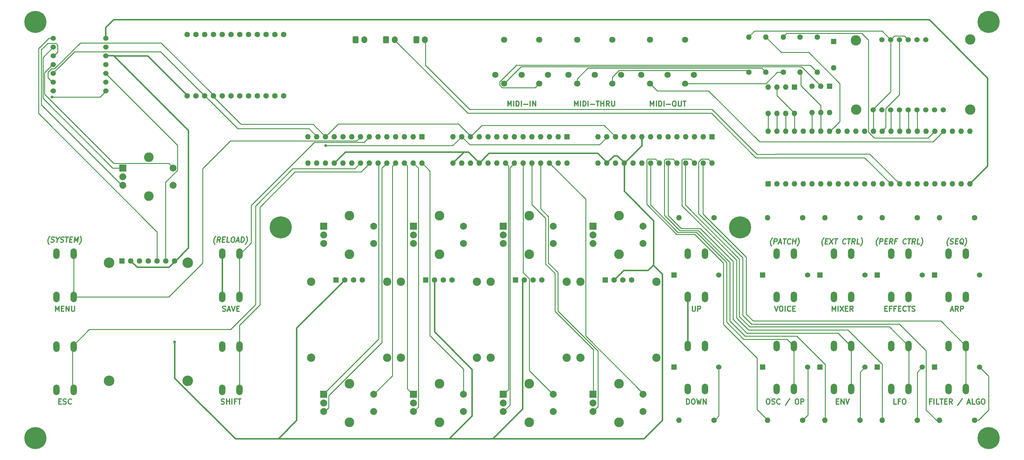
<source format=gbr>
%TF.GenerationSoftware,KiCad,Pcbnew,(5.1.9-0-10_14)*%
%TF.CreationDate,2021-03-16T22:34:44+01:00*%
%TF.ProjectId,xva1-ui,78766131-2d75-4692-9e6b-696361645f70,rev?*%
%TF.SameCoordinates,Original*%
%TF.FileFunction,Copper,L1,Top*%
%TF.FilePolarity,Positive*%
%FSLAX46Y46*%
G04 Gerber Fmt 4.6, Leading zero omitted, Abs format (unit mm)*
G04 Created by KiCad (PCBNEW (5.1.9-0-10_14)) date 2021-03-16 22:34:44*
%MOMM*%
%LPD*%
G01*
G04 APERTURE LIST*
%TA.AperFunction,NonConductor*%
%ADD10C,0.300000*%
%TD*%
%TA.AperFunction,ComponentPad*%
%ADD11O,1.600000X1.600000*%
%TD*%
%TA.AperFunction,ComponentPad*%
%ADD12C,1.600000*%
%TD*%
%TA.AperFunction,ConnectorPad*%
%ADD13C,6.400000*%
%TD*%
%TA.AperFunction,ComponentPad*%
%ADD14C,3.600000*%
%TD*%
%TA.AperFunction,ComponentPad*%
%ADD15C,1.524000*%
%TD*%
%TA.AperFunction,ComponentPad*%
%ADD16R,1.524000X1.524000*%
%TD*%
%TA.AperFunction,ComponentPad*%
%ADD17O,1.850000X3.048000*%
%TD*%
%TA.AperFunction,ComponentPad*%
%ADD18R,2.000000X2.000000*%
%TD*%
%TA.AperFunction,ComponentPad*%
%ADD19C,2.000000*%
%TD*%
%TA.AperFunction,ComponentPad*%
%ADD20C,2.800000*%
%TD*%
%TA.AperFunction,ComponentPad*%
%ADD21C,1.800000*%
%TD*%
%TA.AperFunction,ComponentPad*%
%ADD22C,2.400000*%
%TD*%
%TA.AperFunction,ComponentPad*%
%ADD23R,1.600000X1.600000*%
%TD*%
%TA.AperFunction,ComponentPad*%
%ADD24C,3.000000*%
%TD*%
%TA.AperFunction,ComponentPad*%
%ADD25O,1.700000X2.000000*%
%TD*%
%TA.AperFunction,ComponentPad*%
%ADD26C,3.048000*%
%TD*%
%TA.AperFunction,ViaPad*%
%ADD27C,0.800000*%
%TD*%
%TA.AperFunction,Conductor*%
%ADD28C,0.400000*%
%TD*%
%TA.AperFunction,Conductor*%
%ADD29C,0.250000*%
%TD*%
G04 APERTURE END LIST*
D10*
X15029642Y-89850000D02*
X14967142Y-89778571D01*
X14851071Y-89564285D01*
X14797500Y-89421428D01*
X14752857Y-89207142D01*
X14726071Y-88850000D01*
X14761785Y-88564285D01*
X14877857Y-88207142D01*
X14976071Y-87992857D01*
X15065357Y-87850000D01*
X15235000Y-87635714D01*
X15315357Y-87564285D01*
X15610000Y-89207142D02*
X15815357Y-89278571D01*
X16172500Y-89278571D01*
X16324285Y-89207142D01*
X16404642Y-89135714D01*
X16493928Y-88992857D01*
X16511785Y-88850000D01*
X16458214Y-88707142D01*
X16395714Y-88635714D01*
X16261785Y-88564285D01*
X15985000Y-88492857D01*
X15851071Y-88421428D01*
X15788571Y-88350000D01*
X15735000Y-88207142D01*
X15752857Y-88064285D01*
X15842142Y-87921428D01*
X15922500Y-87850000D01*
X16074285Y-87778571D01*
X16431428Y-87778571D01*
X16636785Y-87850000D01*
X17476071Y-88564285D02*
X17386785Y-89278571D01*
X17074285Y-87778571D02*
X17476071Y-88564285D01*
X18074285Y-87778571D01*
X18324285Y-89207142D02*
X18529642Y-89278571D01*
X18886785Y-89278571D01*
X19038571Y-89207142D01*
X19118928Y-89135714D01*
X19208214Y-88992857D01*
X19226071Y-88850000D01*
X19172500Y-88707142D01*
X19110000Y-88635714D01*
X18976071Y-88564285D01*
X18699285Y-88492857D01*
X18565357Y-88421428D01*
X18502857Y-88350000D01*
X18449285Y-88207142D01*
X18467142Y-88064285D01*
X18556428Y-87921428D01*
X18636785Y-87850000D01*
X18788571Y-87778571D01*
X19145714Y-87778571D01*
X19351071Y-87850000D01*
X19788571Y-87778571D02*
X20645714Y-87778571D01*
X20029642Y-89278571D02*
X20217142Y-87778571D01*
X21056428Y-88492857D02*
X21556428Y-88492857D01*
X21672500Y-89278571D02*
X20958214Y-89278571D01*
X21145714Y-87778571D01*
X21860000Y-87778571D01*
X22315357Y-89278571D02*
X22502857Y-87778571D01*
X22868928Y-88850000D01*
X23502857Y-87778571D01*
X23315357Y-89278571D01*
X23815357Y-89850000D02*
X23895714Y-89778571D01*
X24065357Y-89564285D01*
X24154642Y-89421428D01*
X24252857Y-89207142D01*
X24368928Y-88850000D01*
X24404642Y-88564285D01*
X24377857Y-88207142D01*
X24333214Y-87992857D01*
X24279642Y-87850000D01*
X24163571Y-87635714D01*
X24101071Y-87564285D01*
X254861785Y-90350000D02*
X254799285Y-90278571D01*
X254683214Y-90064285D01*
X254629642Y-89921428D01*
X254585000Y-89707142D01*
X254558214Y-89350000D01*
X254593928Y-89064285D01*
X254710000Y-88707142D01*
X254808214Y-88492857D01*
X254897500Y-88350000D01*
X255067142Y-88135714D01*
X255147500Y-88064285D01*
X255504642Y-89778571D02*
X255692142Y-88278571D01*
X256263571Y-88278571D01*
X256397500Y-88350000D01*
X256460000Y-88421428D01*
X256513571Y-88564285D01*
X256486785Y-88778571D01*
X256397500Y-88921428D01*
X256317142Y-88992857D01*
X256165357Y-89064285D01*
X255593928Y-89064285D01*
X257102857Y-88992857D02*
X257602857Y-88992857D01*
X257718928Y-89778571D02*
X257004642Y-89778571D01*
X257192142Y-88278571D01*
X257906428Y-88278571D01*
X259218928Y-89778571D02*
X258808214Y-89064285D01*
X258361785Y-89778571D02*
X258549285Y-88278571D01*
X259120714Y-88278571D01*
X259254642Y-88350000D01*
X259317142Y-88421428D01*
X259370714Y-88564285D01*
X259343928Y-88778571D01*
X259254642Y-88921428D01*
X259174285Y-88992857D01*
X259022500Y-89064285D01*
X258451071Y-89064285D01*
X260460000Y-88992857D02*
X259960000Y-88992857D01*
X259861785Y-89778571D02*
X260049285Y-88278571D01*
X260763571Y-88278571D01*
X263165357Y-89635714D02*
X263085000Y-89707142D01*
X262861785Y-89778571D01*
X262718928Y-89778571D01*
X262513571Y-89707142D01*
X262388571Y-89564285D01*
X262335000Y-89421428D01*
X262299285Y-89135714D01*
X262326071Y-88921428D01*
X262433214Y-88635714D01*
X262522500Y-88492857D01*
X262683214Y-88350000D01*
X262906428Y-88278571D01*
X263049285Y-88278571D01*
X263254642Y-88350000D01*
X263317142Y-88421428D01*
X263763571Y-88278571D02*
X264620714Y-88278571D01*
X264004642Y-89778571D02*
X264192142Y-88278571D01*
X265790357Y-89778571D02*
X265379642Y-89064285D01*
X264933214Y-89778571D02*
X265120714Y-88278571D01*
X265692142Y-88278571D01*
X265826071Y-88350000D01*
X265888571Y-88421428D01*
X265942142Y-88564285D01*
X265915357Y-88778571D01*
X265826071Y-88921428D01*
X265745714Y-88992857D01*
X265593928Y-89064285D01*
X265022500Y-89064285D01*
X267147500Y-89778571D02*
X266433214Y-89778571D01*
X266620714Y-88278571D01*
X267433214Y-90350000D02*
X267513571Y-90278571D01*
X267683214Y-90064285D01*
X267772500Y-89921428D01*
X267870714Y-89707142D01*
X267986785Y-89350000D01*
X268022500Y-89064285D01*
X267995714Y-88707142D01*
X267951071Y-88492857D01*
X267897500Y-88350000D01*
X267781428Y-88135714D01*
X267718928Y-88064285D01*
X239118928Y-90350000D02*
X239056428Y-90278571D01*
X238940357Y-90064285D01*
X238886785Y-89921428D01*
X238842142Y-89707142D01*
X238815357Y-89350000D01*
X238851071Y-89064285D01*
X238967142Y-88707142D01*
X239065357Y-88492857D01*
X239154642Y-88350000D01*
X239324285Y-88135714D01*
X239404642Y-88064285D01*
X239860000Y-88992857D02*
X240360000Y-88992857D01*
X240476071Y-89778571D02*
X239761785Y-89778571D01*
X239949285Y-88278571D01*
X240663571Y-88278571D01*
X241163571Y-88278571D02*
X241976071Y-89778571D01*
X242163571Y-88278571D02*
X240976071Y-89778571D01*
X242520714Y-88278571D02*
X243377857Y-88278571D01*
X242761785Y-89778571D02*
X242949285Y-88278571D01*
X245708214Y-89635714D02*
X245627857Y-89707142D01*
X245404642Y-89778571D01*
X245261785Y-89778571D01*
X245056428Y-89707142D01*
X244931428Y-89564285D01*
X244877857Y-89421428D01*
X244842142Y-89135714D01*
X244868928Y-88921428D01*
X244976071Y-88635714D01*
X245065357Y-88492857D01*
X245226071Y-88350000D01*
X245449285Y-88278571D01*
X245592142Y-88278571D01*
X245797500Y-88350000D01*
X245860000Y-88421428D01*
X246306428Y-88278571D02*
X247163571Y-88278571D01*
X246547500Y-89778571D02*
X246735000Y-88278571D01*
X248333214Y-89778571D02*
X247922500Y-89064285D01*
X247476071Y-89778571D02*
X247663571Y-88278571D01*
X248235000Y-88278571D01*
X248368928Y-88350000D01*
X248431428Y-88421428D01*
X248485000Y-88564285D01*
X248458214Y-88778571D01*
X248368928Y-88921428D01*
X248288571Y-88992857D01*
X248136785Y-89064285D01*
X247565357Y-89064285D01*
X249690357Y-89778571D02*
X248976071Y-89778571D01*
X249163571Y-88278571D01*
X249976071Y-90350000D02*
X250056428Y-90278571D01*
X250226071Y-90064285D01*
X250315357Y-89921428D01*
X250413571Y-89707142D01*
X250529642Y-89350000D01*
X250565357Y-89064285D01*
X250538571Y-88707142D01*
X250493928Y-88492857D01*
X250440357Y-88350000D01*
X250324285Y-88135714D01*
X250261785Y-88064285D01*
X63043928Y-89850000D02*
X62981428Y-89778571D01*
X62865357Y-89564285D01*
X62811785Y-89421428D01*
X62767142Y-89207142D01*
X62740357Y-88850000D01*
X62776071Y-88564285D01*
X62892142Y-88207142D01*
X62990357Y-87992857D01*
X63079642Y-87850000D01*
X63249285Y-87635714D01*
X63329642Y-87564285D01*
X64543928Y-89278571D02*
X64133214Y-88564285D01*
X63686785Y-89278571D02*
X63874285Y-87778571D01*
X64445714Y-87778571D01*
X64579642Y-87850000D01*
X64642142Y-87921428D01*
X64695714Y-88064285D01*
X64668928Y-88278571D01*
X64579642Y-88421428D01*
X64499285Y-88492857D01*
X64347500Y-88564285D01*
X63776071Y-88564285D01*
X65285000Y-88492857D02*
X65785000Y-88492857D01*
X65901071Y-89278571D02*
X65186785Y-89278571D01*
X65374285Y-87778571D01*
X66088571Y-87778571D01*
X67258214Y-89278571D02*
X66543928Y-89278571D01*
X66731428Y-87778571D01*
X68231428Y-87778571D02*
X68517142Y-87778571D01*
X68651071Y-87850000D01*
X68776071Y-87992857D01*
X68811785Y-88278571D01*
X68749285Y-88778571D01*
X68642142Y-89064285D01*
X68481428Y-89207142D01*
X68329642Y-89278571D01*
X68043928Y-89278571D01*
X67910000Y-89207142D01*
X67785000Y-89064285D01*
X67749285Y-88778571D01*
X67811785Y-88278571D01*
X67918928Y-87992857D01*
X68079642Y-87850000D01*
X68231428Y-87778571D01*
X69311785Y-88850000D02*
X70026071Y-88850000D01*
X69115357Y-89278571D02*
X69802857Y-87778571D01*
X70115357Y-89278571D01*
X70615357Y-89278571D02*
X70802857Y-87778571D01*
X71160000Y-87778571D01*
X71365357Y-87850000D01*
X71490357Y-87992857D01*
X71543928Y-88135714D01*
X71579642Y-88421428D01*
X71552857Y-88635714D01*
X71445714Y-88921428D01*
X71356428Y-89064285D01*
X71195714Y-89207142D01*
X70972500Y-89278571D01*
X70615357Y-89278571D01*
X71901071Y-89850000D02*
X71981428Y-89778571D01*
X72151071Y-89564285D01*
X72240357Y-89421428D01*
X72338571Y-89207142D01*
X72454642Y-88850000D01*
X72490357Y-88564285D01*
X72463571Y-88207142D01*
X72418928Y-87992857D01*
X72365357Y-87850000D01*
X72249285Y-87635714D01*
X72186785Y-87564285D01*
X257053571Y-108512857D02*
X257553571Y-108512857D01*
X257767857Y-109298571D02*
X257053571Y-109298571D01*
X257053571Y-107798571D01*
X257767857Y-107798571D01*
X258910714Y-108512857D02*
X258410714Y-108512857D01*
X258410714Y-109298571D02*
X258410714Y-107798571D01*
X259125000Y-107798571D01*
X260196428Y-108512857D02*
X259696428Y-108512857D01*
X259696428Y-109298571D02*
X259696428Y-107798571D01*
X260410714Y-107798571D01*
X260982142Y-108512857D02*
X261482142Y-108512857D01*
X261696428Y-109298571D02*
X260982142Y-109298571D01*
X260982142Y-107798571D01*
X261696428Y-107798571D01*
X263196428Y-109155714D02*
X263125000Y-109227142D01*
X262910714Y-109298571D01*
X262767857Y-109298571D01*
X262553571Y-109227142D01*
X262410714Y-109084285D01*
X262339285Y-108941428D01*
X262267857Y-108655714D01*
X262267857Y-108441428D01*
X262339285Y-108155714D01*
X262410714Y-108012857D01*
X262553571Y-107870000D01*
X262767857Y-107798571D01*
X262910714Y-107798571D01*
X263125000Y-107870000D01*
X263196428Y-107941428D01*
X263625000Y-107798571D02*
X264482142Y-107798571D01*
X264053571Y-109298571D02*
X264053571Y-107798571D01*
X264910714Y-109227142D02*
X265125000Y-109298571D01*
X265482142Y-109298571D01*
X265625000Y-109227142D01*
X265696428Y-109155714D01*
X265767857Y-109012857D01*
X265767857Y-108870000D01*
X265696428Y-108727142D01*
X265625000Y-108655714D01*
X265482142Y-108584285D01*
X265196428Y-108512857D01*
X265053571Y-108441428D01*
X264982142Y-108370000D01*
X264910714Y-108227142D01*
X264910714Y-108084285D01*
X264982142Y-107941428D01*
X265053571Y-107870000D01*
X265196428Y-107798571D01*
X265553571Y-107798571D01*
X265767857Y-107870000D01*
X241775000Y-109298571D02*
X241775000Y-107798571D01*
X242275000Y-108870000D01*
X242775000Y-107798571D01*
X242775000Y-109298571D01*
X243489285Y-109298571D02*
X243489285Y-107798571D01*
X244060714Y-107798571D02*
X245060714Y-109298571D01*
X245060714Y-107798571D02*
X244060714Y-109298571D01*
X245632142Y-108512857D02*
X246132142Y-108512857D01*
X246346428Y-109298571D02*
X245632142Y-109298571D01*
X245632142Y-107798571D01*
X246346428Y-107798571D01*
X247846428Y-109298571D02*
X247346428Y-108584285D01*
X246989285Y-109298571D02*
X246989285Y-107798571D01*
X247560714Y-107798571D01*
X247703571Y-107870000D01*
X247775000Y-107941428D01*
X247846428Y-108084285D01*
X247846428Y-108298571D01*
X247775000Y-108441428D01*
X247703571Y-108512857D01*
X247560714Y-108584285D01*
X246989285Y-108584285D01*
X270510714Y-135392857D02*
X270010714Y-135392857D01*
X270010714Y-136178571D02*
X270010714Y-134678571D01*
X270725000Y-134678571D01*
X271296428Y-136178571D02*
X271296428Y-134678571D01*
X272725000Y-136178571D02*
X272010714Y-136178571D01*
X272010714Y-134678571D01*
X273010714Y-134678571D02*
X273867857Y-134678571D01*
X273439285Y-136178571D02*
X273439285Y-134678571D01*
X274367857Y-135392857D02*
X274867857Y-135392857D01*
X275082142Y-136178571D02*
X274367857Y-136178571D01*
X274367857Y-134678571D01*
X275082142Y-134678571D01*
X276582142Y-136178571D02*
X276082142Y-135464285D01*
X275725000Y-136178571D02*
X275725000Y-134678571D01*
X276296428Y-134678571D01*
X276439285Y-134750000D01*
X276510714Y-134821428D01*
X276582142Y-134964285D01*
X276582142Y-135178571D01*
X276510714Y-135321428D01*
X276439285Y-135392857D01*
X276296428Y-135464285D01*
X275725000Y-135464285D01*
X279439285Y-134607142D02*
X278153571Y-136535714D01*
X281010714Y-135750000D02*
X281725000Y-135750000D01*
X280867857Y-136178571D02*
X281367857Y-134678571D01*
X281867857Y-136178571D01*
X283082142Y-136178571D02*
X282367857Y-136178571D01*
X282367857Y-134678571D01*
X284367857Y-134750000D02*
X284225000Y-134678571D01*
X284010714Y-134678571D01*
X283796428Y-134750000D01*
X283653571Y-134892857D01*
X283582142Y-135035714D01*
X283510714Y-135321428D01*
X283510714Y-135535714D01*
X283582142Y-135821428D01*
X283653571Y-135964285D01*
X283796428Y-136107142D01*
X284010714Y-136178571D01*
X284153571Y-136178571D01*
X284367857Y-136107142D01*
X284439285Y-136035714D01*
X284439285Y-135535714D01*
X284153571Y-135535714D01*
X285367857Y-134678571D02*
X285653571Y-134678571D01*
X285796428Y-134750000D01*
X285939285Y-134892857D01*
X286010714Y-135178571D01*
X286010714Y-135678571D01*
X285939285Y-135964285D01*
X285796428Y-136107142D01*
X285653571Y-136178571D01*
X285367857Y-136178571D01*
X285225000Y-136107142D01*
X285082142Y-135964285D01*
X285010714Y-135678571D01*
X285010714Y-135178571D01*
X285082142Y-134892857D01*
X285225000Y-134750000D01*
X285367857Y-134678571D01*
X223103571Y-134678571D02*
X223389285Y-134678571D01*
X223532142Y-134750000D01*
X223675000Y-134892857D01*
X223746428Y-135178571D01*
X223746428Y-135678571D01*
X223675000Y-135964285D01*
X223532142Y-136107142D01*
X223389285Y-136178571D01*
X223103571Y-136178571D01*
X222960714Y-136107142D01*
X222817857Y-135964285D01*
X222746428Y-135678571D01*
X222746428Y-135178571D01*
X222817857Y-134892857D01*
X222960714Y-134750000D01*
X223103571Y-134678571D01*
X224317857Y-136107142D02*
X224532142Y-136178571D01*
X224889285Y-136178571D01*
X225032142Y-136107142D01*
X225103571Y-136035714D01*
X225175000Y-135892857D01*
X225175000Y-135750000D01*
X225103571Y-135607142D01*
X225032142Y-135535714D01*
X224889285Y-135464285D01*
X224603571Y-135392857D01*
X224460714Y-135321428D01*
X224389285Y-135250000D01*
X224317857Y-135107142D01*
X224317857Y-134964285D01*
X224389285Y-134821428D01*
X224460714Y-134750000D01*
X224603571Y-134678571D01*
X224960714Y-134678571D01*
X225175000Y-134750000D01*
X226675000Y-136035714D02*
X226603571Y-136107142D01*
X226389285Y-136178571D01*
X226246428Y-136178571D01*
X226032142Y-136107142D01*
X225889285Y-135964285D01*
X225817857Y-135821428D01*
X225746428Y-135535714D01*
X225746428Y-135321428D01*
X225817857Y-135035714D01*
X225889285Y-134892857D01*
X226032142Y-134750000D01*
X226246428Y-134678571D01*
X226389285Y-134678571D01*
X226603571Y-134750000D01*
X226675000Y-134821428D01*
X229532142Y-134607142D02*
X228246428Y-136535714D01*
X231460714Y-134678571D02*
X231746428Y-134678571D01*
X231889285Y-134750000D01*
X232032142Y-134892857D01*
X232103571Y-135178571D01*
X232103571Y-135678571D01*
X232032142Y-135964285D01*
X231889285Y-136107142D01*
X231746428Y-136178571D01*
X231460714Y-136178571D01*
X231317857Y-136107142D01*
X231175000Y-135964285D01*
X231103571Y-135678571D01*
X231103571Y-135178571D01*
X231175000Y-134892857D01*
X231317857Y-134750000D01*
X231460714Y-134678571D01*
X232746428Y-136178571D02*
X232746428Y-134678571D01*
X233317857Y-134678571D01*
X233460714Y-134750000D01*
X233532142Y-134821428D01*
X233603571Y-134964285D01*
X233603571Y-135178571D01*
X233532142Y-135321428D01*
X233460714Y-135392857D01*
X233317857Y-135464285D01*
X232746428Y-135464285D01*
X224233214Y-90350000D02*
X224170714Y-90278571D01*
X224054642Y-90064285D01*
X224001071Y-89921428D01*
X223956428Y-89707142D01*
X223929642Y-89350000D01*
X223965357Y-89064285D01*
X224081428Y-88707142D01*
X224179642Y-88492857D01*
X224268928Y-88350000D01*
X224438571Y-88135714D01*
X224518928Y-88064285D01*
X224876071Y-89778571D02*
X225063571Y-88278571D01*
X225635000Y-88278571D01*
X225768928Y-88350000D01*
X225831428Y-88421428D01*
X225885000Y-88564285D01*
X225858214Y-88778571D01*
X225768928Y-88921428D01*
X225688571Y-88992857D01*
X225536785Y-89064285D01*
X224965357Y-89064285D01*
X226358214Y-89350000D02*
X227072500Y-89350000D01*
X226161785Y-89778571D02*
X226849285Y-88278571D01*
X227161785Y-89778571D01*
X227635000Y-88278571D02*
X228492142Y-88278571D01*
X227876071Y-89778571D02*
X228063571Y-88278571D01*
X229679642Y-89635714D02*
X229599285Y-89707142D01*
X229376071Y-89778571D01*
X229233214Y-89778571D01*
X229027857Y-89707142D01*
X228902857Y-89564285D01*
X228849285Y-89421428D01*
X228813571Y-89135714D01*
X228840357Y-88921428D01*
X228947500Y-88635714D01*
X229036785Y-88492857D01*
X229197500Y-88350000D01*
X229420714Y-88278571D01*
X229563571Y-88278571D01*
X229768928Y-88350000D01*
X229831428Y-88421428D01*
X230304642Y-89778571D02*
X230492142Y-88278571D01*
X230402857Y-88992857D02*
X231260000Y-88992857D01*
X231161785Y-89778571D02*
X231349285Y-88278571D01*
X231661785Y-90350000D02*
X231742142Y-90278571D01*
X231911785Y-90064285D01*
X232001071Y-89921428D01*
X232099285Y-89707142D01*
X232215357Y-89350000D01*
X232251071Y-89064285D01*
X232224285Y-88707142D01*
X232179642Y-88492857D01*
X232126071Y-88350000D01*
X232010000Y-88135714D01*
X231947500Y-88064285D01*
X275354642Y-90350000D02*
X275292142Y-90278571D01*
X275176071Y-90064285D01*
X275122500Y-89921428D01*
X275077857Y-89707142D01*
X275051071Y-89350000D01*
X275086785Y-89064285D01*
X275202857Y-88707142D01*
X275301071Y-88492857D01*
X275390357Y-88350000D01*
X275560000Y-88135714D01*
X275640357Y-88064285D01*
X275935000Y-89707142D02*
X276140357Y-89778571D01*
X276497500Y-89778571D01*
X276649285Y-89707142D01*
X276729642Y-89635714D01*
X276818928Y-89492857D01*
X276836785Y-89350000D01*
X276783214Y-89207142D01*
X276720714Y-89135714D01*
X276586785Y-89064285D01*
X276310000Y-88992857D01*
X276176071Y-88921428D01*
X276113571Y-88850000D01*
X276060000Y-88707142D01*
X276077857Y-88564285D01*
X276167142Y-88421428D01*
X276247500Y-88350000D01*
X276399285Y-88278571D01*
X276756428Y-88278571D01*
X276961785Y-88350000D01*
X277524285Y-88992857D02*
X278024285Y-88992857D01*
X278140357Y-89778571D02*
X277426071Y-89778571D01*
X277613571Y-88278571D01*
X278327857Y-88278571D01*
X279765357Y-89921428D02*
X279631428Y-89850000D01*
X279506428Y-89707142D01*
X279318928Y-89492857D01*
X279185000Y-89421428D01*
X279042142Y-89421428D01*
X279068928Y-89778571D02*
X278935000Y-89707142D01*
X278810000Y-89564285D01*
X278774285Y-89278571D01*
X278836785Y-88778571D01*
X278943928Y-88492857D01*
X279104642Y-88350000D01*
X279256428Y-88278571D01*
X279542142Y-88278571D01*
X279676071Y-88350000D01*
X279801071Y-88492857D01*
X279836785Y-88778571D01*
X279774285Y-89278571D01*
X279667142Y-89564285D01*
X279506428Y-89707142D01*
X279354642Y-89778571D01*
X279068928Y-89778571D01*
X280140357Y-90350000D02*
X280220714Y-90278571D01*
X280390357Y-90064285D01*
X280479642Y-89921428D01*
X280577857Y-89707142D01*
X280693928Y-89350000D01*
X280729642Y-89064285D01*
X280702857Y-88707142D01*
X280658214Y-88492857D01*
X280604642Y-88350000D01*
X280488571Y-88135714D01*
X280426071Y-88064285D01*
X276117857Y-108870000D02*
X276832142Y-108870000D01*
X275975000Y-109298571D02*
X276475000Y-107798571D01*
X276975000Y-109298571D01*
X278332142Y-109298571D02*
X277832142Y-108584285D01*
X277475000Y-109298571D02*
X277475000Y-107798571D01*
X278046428Y-107798571D01*
X278189285Y-107870000D01*
X278260714Y-107941428D01*
X278332142Y-108084285D01*
X278332142Y-108298571D01*
X278260714Y-108441428D01*
X278189285Y-108512857D01*
X278046428Y-108584285D01*
X277475000Y-108584285D01*
X278975000Y-109298571D02*
X278975000Y-107798571D01*
X279546428Y-107798571D01*
X279689285Y-107870000D01*
X279760714Y-107941428D01*
X279832142Y-108084285D01*
X279832142Y-108298571D01*
X279760714Y-108441428D01*
X279689285Y-108512857D01*
X279546428Y-108584285D01*
X278975000Y-108584285D01*
X260410714Y-136178571D02*
X259696428Y-136178571D01*
X259696428Y-134678571D01*
X261410714Y-135392857D02*
X260910714Y-135392857D01*
X260910714Y-136178571D02*
X260910714Y-134678571D01*
X261625000Y-134678571D01*
X262482142Y-134678571D02*
X262767857Y-134678571D01*
X262910714Y-134750000D01*
X263053571Y-134892857D01*
X263125000Y-135178571D01*
X263125000Y-135678571D01*
X263053571Y-135964285D01*
X262910714Y-136107142D01*
X262767857Y-136178571D01*
X262482142Y-136178571D01*
X262339285Y-136107142D01*
X262196428Y-135964285D01*
X262125000Y-135678571D01*
X262125000Y-135178571D01*
X262196428Y-134892857D01*
X262339285Y-134750000D01*
X262482142Y-134678571D01*
X243025000Y-135392857D02*
X243525000Y-135392857D01*
X243739285Y-136178571D02*
X243025000Y-136178571D01*
X243025000Y-134678571D01*
X243739285Y-134678571D01*
X244382142Y-136178571D02*
X244382142Y-134678571D01*
X245239285Y-136178571D01*
X245239285Y-134678571D01*
X245739285Y-134678571D02*
X246239285Y-136178571D01*
X246739285Y-134678571D01*
X225103571Y-107798571D02*
X225603571Y-109298571D01*
X226103571Y-107798571D01*
X226889285Y-107798571D02*
X227175000Y-107798571D01*
X227317857Y-107870000D01*
X227460714Y-108012857D01*
X227532142Y-108298571D01*
X227532142Y-108798571D01*
X227460714Y-109084285D01*
X227317857Y-109227142D01*
X227175000Y-109298571D01*
X226889285Y-109298571D01*
X226746428Y-109227142D01*
X226603571Y-109084285D01*
X226532142Y-108798571D01*
X226532142Y-108298571D01*
X226603571Y-108012857D01*
X226746428Y-107870000D01*
X226889285Y-107798571D01*
X228175000Y-109298571D02*
X228175000Y-107798571D01*
X229746428Y-109155714D02*
X229675000Y-109227142D01*
X229460714Y-109298571D01*
X229317857Y-109298571D01*
X229103571Y-109227142D01*
X228960714Y-109084285D01*
X228889285Y-108941428D01*
X228817857Y-108655714D01*
X228817857Y-108441428D01*
X228889285Y-108155714D01*
X228960714Y-108012857D01*
X229103571Y-107870000D01*
X229317857Y-107798571D01*
X229460714Y-107798571D01*
X229675000Y-107870000D01*
X229746428Y-107941428D01*
X230389285Y-108512857D02*
X230889285Y-108512857D01*
X231103571Y-109298571D02*
X230389285Y-109298571D01*
X230389285Y-107798571D01*
X231103571Y-107798571D01*
X189164285Y-49878571D02*
X189164285Y-48378571D01*
X189664285Y-49450000D01*
X190164285Y-48378571D01*
X190164285Y-49878571D01*
X190878571Y-49878571D02*
X190878571Y-48378571D01*
X191592857Y-49878571D02*
X191592857Y-48378571D01*
X191950000Y-48378571D01*
X192164285Y-48450000D01*
X192307142Y-48592857D01*
X192378571Y-48735714D01*
X192450000Y-49021428D01*
X192450000Y-49235714D01*
X192378571Y-49521428D01*
X192307142Y-49664285D01*
X192164285Y-49807142D01*
X191950000Y-49878571D01*
X191592857Y-49878571D01*
X193092857Y-49878571D02*
X193092857Y-48378571D01*
X193807142Y-49307142D02*
X194950000Y-49307142D01*
X195950000Y-48378571D02*
X196235714Y-48378571D01*
X196378571Y-48450000D01*
X196521428Y-48592857D01*
X196592857Y-48878571D01*
X196592857Y-49378571D01*
X196521428Y-49664285D01*
X196378571Y-49807142D01*
X196235714Y-49878571D01*
X195950000Y-49878571D01*
X195807142Y-49807142D01*
X195664285Y-49664285D01*
X195592857Y-49378571D01*
X195592857Y-48878571D01*
X195664285Y-48592857D01*
X195807142Y-48450000D01*
X195950000Y-48378571D01*
X197235714Y-48378571D02*
X197235714Y-49592857D01*
X197307142Y-49735714D01*
X197378571Y-49807142D01*
X197521428Y-49878571D01*
X197807142Y-49878571D01*
X197950000Y-49807142D01*
X198021428Y-49735714D01*
X198092857Y-49592857D01*
X198092857Y-48378571D01*
X198592857Y-48378571D02*
X199450000Y-48378571D01*
X199021428Y-49878571D02*
X199021428Y-48378571D01*
X167214285Y-49878571D02*
X167214285Y-48378571D01*
X167714285Y-49450000D01*
X168214285Y-48378571D01*
X168214285Y-49878571D01*
X168928571Y-49878571D02*
X168928571Y-48378571D01*
X169642857Y-49878571D02*
X169642857Y-48378571D01*
X170000000Y-48378571D01*
X170214285Y-48450000D01*
X170357142Y-48592857D01*
X170428571Y-48735714D01*
X170500000Y-49021428D01*
X170500000Y-49235714D01*
X170428571Y-49521428D01*
X170357142Y-49664285D01*
X170214285Y-49807142D01*
X170000000Y-49878571D01*
X169642857Y-49878571D01*
X171142857Y-49878571D02*
X171142857Y-48378571D01*
X171857142Y-49307142D02*
X173000000Y-49307142D01*
X173500000Y-48378571D02*
X174357142Y-48378571D01*
X173928571Y-49878571D02*
X173928571Y-48378571D01*
X174857142Y-49878571D02*
X174857142Y-48378571D01*
X174857142Y-49092857D02*
X175714285Y-49092857D01*
X175714285Y-49878571D02*
X175714285Y-48378571D01*
X177285714Y-49878571D02*
X176785714Y-49164285D01*
X176428571Y-49878571D02*
X176428571Y-48378571D01*
X177000000Y-48378571D01*
X177142857Y-48450000D01*
X177214285Y-48521428D01*
X177285714Y-48664285D01*
X177285714Y-48878571D01*
X177214285Y-49021428D01*
X177142857Y-49092857D01*
X177000000Y-49164285D01*
X176428571Y-49164285D01*
X177928571Y-48378571D02*
X177928571Y-49592857D01*
X178000000Y-49735714D01*
X178071428Y-49807142D01*
X178214285Y-49878571D01*
X178500000Y-49878571D01*
X178642857Y-49807142D01*
X178714285Y-49735714D01*
X178785714Y-49592857D01*
X178785714Y-48378571D01*
X147864285Y-49878571D02*
X147864285Y-48378571D01*
X148364285Y-49450000D01*
X148864285Y-48378571D01*
X148864285Y-49878571D01*
X149578571Y-49878571D02*
X149578571Y-48378571D01*
X150292857Y-49878571D02*
X150292857Y-48378571D01*
X150650000Y-48378571D01*
X150864285Y-48450000D01*
X151007142Y-48592857D01*
X151078571Y-48735714D01*
X151150000Y-49021428D01*
X151150000Y-49235714D01*
X151078571Y-49521428D01*
X151007142Y-49664285D01*
X150864285Y-49807142D01*
X150650000Y-49878571D01*
X150292857Y-49878571D01*
X151792857Y-49878571D02*
X151792857Y-48378571D01*
X152507142Y-49307142D02*
X153650000Y-49307142D01*
X154364285Y-49878571D02*
X154364285Y-48378571D01*
X155078571Y-49878571D02*
X155078571Y-48378571D01*
X155935714Y-49878571D01*
X155935714Y-48378571D01*
X199653571Y-136178571D02*
X199653571Y-134678571D01*
X200010714Y-134678571D01*
X200225000Y-134750000D01*
X200367857Y-134892857D01*
X200439285Y-135035714D01*
X200510714Y-135321428D01*
X200510714Y-135535714D01*
X200439285Y-135821428D01*
X200367857Y-135964285D01*
X200225000Y-136107142D01*
X200010714Y-136178571D01*
X199653571Y-136178571D01*
X201439285Y-134678571D02*
X201725000Y-134678571D01*
X201867857Y-134750000D01*
X202010714Y-134892857D01*
X202082142Y-135178571D01*
X202082142Y-135678571D01*
X202010714Y-135964285D01*
X201867857Y-136107142D01*
X201725000Y-136178571D01*
X201439285Y-136178571D01*
X201296428Y-136107142D01*
X201153571Y-135964285D01*
X201082142Y-135678571D01*
X201082142Y-135178571D01*
X201153571Y-134892857D01*
X201296428Y-134750000D01*
X201439285Y-134678571D01*
X202582142Y-134678571D02*
X202939285Y-136178571D01*
X203225000Y-135107142D01*
X203510714Y-136178571D01*
X203867857Y-134678571D01*
X204439285Y-136178571D02*
X204439285Y-134678571D01*
X205296428Y-136178571D01*
X205296428Y-134678571D01*
X201296428Y-107798571D02*
X201296428Y-109012857D01*
X201367857Y-109155714D01*
X201439285Y-109227142D01*
X201582142Y-109298571D01*
X201867857Y-109298571D01*
X202010714Y-109227142D01*
X202082142Y-109155714D01*
X202153571Y-109012857D01*
X202153571Y-107798571D01*
X202867857Y-109298571D02*
X202867857Y-107798571D01*
X203439285Y-107798571D01*
X203582142Y-107870000D01*
X203653571Y-107941428D01*
X203725000Y-108084285D01*
X203725000Y-108298571D01*
X203653571Y-108441428D01*
X203582142Y-108512857D01*
X203439285Y-108584285D01*
X202867857Y-108584285D01*
X17864285Y-135392857D02*
X18364285Y-135392857D01*
X18578571Y-136178571D02*
X17864285Y-136178571D01*
X17864285Y-134678571D01*
X18578571Y-134678571D01*
X19150000Y-136107142D02*
X19364285Y-136178571D01*
X19721428Y-136178571D01*
X19864285Y-136107142D01*
X19935714Y-136035714D01*
X20007142Y-135892857D01*
X20007142Y-135750000D01*
X19935714Y-135607142D01*
X19864285Y-135535714D01*
X19721428Y-135464285D01*
X19435714Y-135392857D01*
X19292857Y-135321428D01*
X19221428Y-135250000D01*
X19150000Y-135107142D01*
X19150000Y-134964285D01*
X19221428Y-134821428D01*
X19292857Y-134750000D01*
X19435714Y-134678571D01*
X19792857Y-134678571D01*
X20007142Y-134750000D01*
X21507142Y-136035714D02*
X21435714Y-136107142D01*
X21221428Y-136178571D01*
X21078571Y-136178571D01*
X20864285Y-136107142D01*
X20721428Y-135964285D01*
X20650000Y-135821428D01*
X20578571Y-135535714D01*
X20578571Y-135321428D01*
X20650000Y-135035714D01*
X20721428Y-134892857D01*
X20864285Y-134750000D01*
X21078571Y-134678571D01*
X21221428Y-134678571D01*
X21435714Y-134750000D01*
X21507142Y-134821428D01*
X65307142Y-109227142D02*
X65521428Y-109298571D01*
X65878571Y-109298571D01*
X66021428Y-109227142D01*
X66092857Y-109155714D01*
X66164285Y-109012857D01*
X66164285Y-108870000D01*
X66092857Y-108727142D01*
X66021428Y-108655714D01*
X65878571Y-108584285D01*
X65592857Y-108512857D01*
X65450000Y-108441428D01*
X65378571Y-108370000D01*
X65307142Y-108227142D01*
X65307142Y-108084285D01*
X65378571Y-107941428D01*
X65450000Y-107870000D01*
X65592857Y-107798571D01*
X65950000Y-107798571D01*
X66164285Y-107870000D01*
X66735714Y-108870000D02*
X67450000Y-108870000D01*
X66592857Y-109298571D02*
X67092857Y-107798571D01*
X67592857Y-109298571D01*
X67878571Y-107798571D02*
X68378571Y-109298571D01*
X68878571Y-107798571D01*
X69378571Y-108512857D02*
X69878571Y-108512857D01*
X70092857Y-109298571D02*
X69378571Y-109298571D01*
X69378571Y-107798571D01*
X70092857Y-107798571D01*
X64914285Y-136107142D02*
X65128571Y-136178571D01*
X65485714Y-136178571D01*
X65628571Y-136107142D01*
X65700000Y-136035714D01*
X65771428Y-135892857D01*
X65771428Y-135750000D01*
X65700000Y-135607142D01*
X65628571Y-135535714D01*
X65485714Y-135464285D01*
X65200000Y-135392857D01*
X65057142Y-135321428D01*
X64985714Y-135250000D01*
X64914285Y-135107142D01*
X64914285Y-134964285D01*
X64985714Y-134821428D01*
X65057142Y-134750000D01*
X65200000Y-134678571D01*
X65557142Y-134678571D01*
X65771428Y-134750000D01*
X66414285Y-136178571D02*
X66414285Y-134678571D01*
X66414285Y-135392857D02*
X67271428Y-135392857D01*
X67271428Y-136178571D02*
X67271428Y-134678571D01*
X67985714Y-136178571D02*
X67985714Y-134678571D01*
X69200000Y-135392857D02*
X68700000Y-135392857D01*
X68700000Y-136178571D02*
X68700000Y-134678571D01*
X69414285Y-134678571D01*
X69771428Y-134678571D02*
X70628571Y-134678571D01*
X70200000Y-136178571D02*
X70200000Y-134678571D01*
X16900000Y-109298571D02*
X16900000Y-107798571D01*
X17400000Y-108870000D01*
X17900000Y-107798571D01*
X17900000Y-109298571D01*
X18614285Y-108512857D02*
X19114285Y-108512857D01*
X19328571Y-109298571D02*
X18614285Y-109298571D01*
X18614285Y-107798571D01*
X19328571Y-107798571D01*
X19971428Y-109298571D02*
X19971428Y-107798571D01*
X20828571Y-109298571D01*
X20828571Y-107798571D01*
X21542857Y-107798571D02*
X21542857Y-109012857D01*
X21614285Y-109155714D01*
X21685714Y-109227142D01*
X21828571Y-109298571D01*
X22114285Y-109298571D01*
X22257142Y-109227142D01*
X22328571Y-109155714D01*
X22400000Y-109012857D01*
X22400000Y-107798571D01*
D11*
%TO.P,R7,2*%
%TO.N,LED-DWN*%
X197395000Y-140850000D03*
D12*
%TO.P,R7,1*%
%TO.N,Net-(R7-Pad1)*%
X207555000Y-140850000D03*
%TD*%
D11*
%TO.P,R6,2*%
%TO.N,LED-UP*%
X197395000Y-82150000D03*
D12*
%TO.P,R6,1*%
%TO.N,Net-(R6-Pad1)*%
X207555000Y-82150000D03*
%TD*%
D11*
%TO.P,R9,2*%
%TO.N,LED-SC2*%
X239695000Y-82150000D03*
D12*
%TO.P,R9,1*%
%TO.N,Net-(R9-Pad1)*%
X249855000Y-82150000D03*
%TD*%
D11*
%TO.P,R10,2*%
%TO.N,LED-SC3*%
X256295000Y-82150000D03*
D12*
%TO.P,R10,1*%
%TO.N,Net-(R10-Pad1)*%
X266455000Y-82150000D03*
%TD*%
D11*
%TO.P,R11,2*%
%TO.N,LED-SC4*%
X272895000Y-82150000D03*
D12*
%TO.P,R11,1*%
%TO.N,Net-(R11-Pad1)*%
X283055000Y-82150000D03*
%TD*%
D11*
%TO.P,R15,2*%
%TO.N,LED-SC8*%
X272895000Y-140850000D03*
D12*
%TO.P,R15,1*%
%TO.N,Net-(R15-Pad1)*%
X283055000Y-140850000D03*
%TD*%
D11*
%TO.P,R14,2*%
%TO.N,LED-SC7*%
X256295000Y-140850000D03*
D12*
%TO.P,R14,1*%
%TO.N,Net-(R14-Pad1)*%
X266455000Y-140850000D03*
%TD*%
D11*
%TO.P,R13,2*%
%TO.N,LED-SC6*%
X239695000Y-140850000D03*
D12*
%TO.P,R13,1*%
%TO.N,Net-(R13-Pad1)*%
X249855000Y-140850000D03*
%TD*%
D11*
%TO.P,R12,2*%
%TO.N,LED-SC5*%
X223095000Y-140850000D03*
D12*
%TO.P,R12,1*%
%TO.N,Net-(R12-Pad1)*%
X233255000Y-140850000D03*
%TD*%
D11*
%TO.P,R8,2*%
%TO.N,LED-SC1*%
X223095000Y-82150000D03*
D12*
%TO.P,R8,1*%
%TO.N,Net-(R8-Pad1)*%
X233255000Y-82150000D03*
%TD*%
D13*
%TO.P,REF\u002A\u002A,1*%
%TO.N,N/C*%
X215100000Y-85000000D03*
D14*
X215100000Y-85000000D03*
%TD*%
%TO.P,REF\u002A\u002A,1*%
%TO.N,N/C*%
X82100000Y-85000000D03*
D13*
X82100000Y-85000000D03*
%TD*%
%TO.P,REF\u002A\u002A,1*%
%TO.N,N/C*%
X287100000Y-146000000D03*
D14*
X287100000Y-146000000D03*
%TD*%
D13*
%TO.P,REF\u002A\u002A,1*%
%TO.N,N/C*%
X287100000Y-25500000D03*
D14*
X287100000Y-25500000D03*
%TD*%
D13*
%TO.P,REF\u002A\u002A,1*%
%TO.N,N/C*%
X11100000Y-25500000D03*
D14*
X11100000Y-25500000D03*
%TD*%
D13*
%TO.P,REF\u002A\u002A,1*%
%TO.N,N/C*%
X11100000Y-146000000D03*
D14*
X11100000Y-146000000D03*
%TD*%
D15*
%TO.P,SW22,4*%
%TO.N,Net-(R15-Pad1)*%
X284475000Y-125490000D03*
D16*
%TO.P,SW22,3*%
%TO.N,GND*%
X271475000Y-125470000D03*
D17*
%TO.P,SW22,2*%
%TO.N,BTN-SC8*%
X280500000Y-131830000D03*
%TO.P,SW22,1*%
%TO.N,GND*%
X275500000Y-131830000D03*
%TO.P,SW22,2*%
%TO.N,BTN-SC8*%
X280500000Y-119330000D03*
%TO.P,SW22,1*%
%TO.N,GND*%
X275500000Y-119330000D03*
%TD*%
D15*
%TO.P,SW18,4*%
%TO.N,Net-(R11-Pad1)*%
X284475000Y-98775000D03*
D16*
%TO.P,SW18,3*%
%TO.N,GND*%
X271475000Y-98755000D03*
D17*
%TO.P,SW18,2*%
%TO.N,BTN-SC4*%
X280500000Y-105115000D03*
%TO.P,SW18,1*%
%TO.N,GND*%
X275500000Y-105115000D03*
%TO.P,SW18,2*%
%TO.N,BTN-SC4*%
X280500000Y-92615000D03*
%TO.P,SW18,1*%
%TO.N,GND*%
X275500000Y-92615000D03*
%TD*%
D15*
%TO.P,SW21,4*%
%TO.N,Net-(R14-Pad1)*%
X267875000Y-125490000D03*
D16*
%TO.P,SW21,3*%
%TO.N,GND*%
X254875000Y-125470000D03*
D17*
%TO.P,SW21,2*%
%TO.N,BTN-SC7*%
X263900000Y-131830000D03*
%TO.P,SW21,1*%
%TO.N,GND*%
X258900000Y-131830000D03*
%TO.P,SW21,2*%
%TO.N,BTN-SC7*%
X263900000Y-119330000D03*
%TO.P,SW21,1*%
%TO.N,GND*%
X258900000Y-119330000D03*
%TD*%
D15*
%TO.P,SW20,4*%
%TO.N,Net-(R13-Pad1)*%
X251275000Y-125490000D03*
D16*
%TO.P,SW20,3*%
%TO.N,GND*%
X238275000Y-125470000D03*
D17*
%TO.P,SW20,2*%
%TO.N,BTN-SC6*%
X247300000Y-131830000D03*
%TO.P,SW20,1*%
%TO.N,GND*%
X242300000Y-131830000D03*
%TO.P,SW20,2*%
%TO.N,BTN-SC6*%
X247300000Y-119330000D03*
%TO.P,SW20,1*%
%TO.N,GND*%
X242300000Y-119330000D03*
%TD*%
D15*
%TO.P,SW19,4*%
%TO.N,Net-(R12-Pad1)*%
X234675000Y-125490000D03*
D16*
%TO.P,SW19,3*%
%TO.N,GND*%
X221675000Y-125470000D03*
D17*
%TO.P,SW19,2*%
%TO.N,BTN-SC5*%
X230700000Y-131830000D03*
%TO.P,SW19,1*%
%TO.N,GND*%
X225700000Y-131830000D03*
%TO.P,SW19,2*%
%TO.N,BTN-SC5*%
X230700000Y-119330000D03*
%TO.P,SW19,1*%
%TO.N,GND*%
X225700000Y-119330000D03*
%TD*%
D15*
%TO.P,SW17,4*%
%TO.N,Net-(R10-Pad1)*%
X267875000Y-98775000D03*
D16*
%TO.P,SW17,3*%
%TO.N,GND*%
X254875000Y-98755000D03*
D17*
%TO.P,SW17,2*%
%TO.N,BTN-SC3*%
X263900000Y-105115000D03*
%TO.P,SW17,1*%
%TO.N,GND*%
X258900000Y-105115000D03*
%TO.P,SW17,2*%
%TO.N,BTN-SC3*%
X263900000Y-92615000D03*
%TO.P,SW17,1*%
%TO.N,GND*%
X258900000Y-92615000D03*
%TD*%
D15*
%TO.P,SW16,4*%
%TO.N,Net-(R9-Pad1)*%
X251275000Y-98775000D03*
D16*
%TO.P,SW16,3*%
%TO.N,GND*%
X238275000Y-98755000D03*
D17*
%TO.P,SW16,2*%
%TO.N,BTN-SC2*%
X247300000Y-105115000D03*
%TO.P,SW16,1*%
%TO.N,GND*%
X242300000Y-105115000D03*
%TO.P,SW16,2*%
%TO.N,BTN-SC2*%
X247300000Y-92615000D03*
%TO.P,SW16,1*%
%TO.N,GND*%
X242300000Y-92615000D03*
%TD*%
D15*
%TO.P,SW15,4*%
%TO.N,Net-(R8-Pad1)*%
X234675000Y-98775000D03*
D16*
%TO.P,SW15,3*%
%TO.N,GND*%
X221675000Y-98755000D03*
D17*
%TO.P,SW15,2*%
%TO.N,BTN-SC1*%
X230700000Y-105115000D03*
%TO.P,SW15,1*%
%TO.N,GND*%
X225700000Y-105115000D03*
%TO.P,SW15,2*%
%TO.N,BTN-SC1*%
X230700000Y-92615000D03*
%TO.P,SW15,1*%
%TO.N,GND*%
X225700000Y-92615000D03*
%TD*%
D15*
%TO.P,SW14,4*%
%TO.N,Net-(R7-Pad1)*%
X208975000Y-125490000D03*
D16*
%TO.P,SW14,3*%
%TO.N,GND*%
X195975000Y-125470000D03*
D17*
%TO.P,SW14,2*%
%TO.N,BTN-DWN*%
X205000000Y-131830000D03*
%TO.P,SW14,1*%
%TO.N,GND*%
X200000000Y-131830000D03*
%TO.P,SW14,2*%
%TO.N,BTN-DWN*%
X205000000Y-119330000D03*
%TO.P,SW14,1*%
%TO.N,GND*%
X200000000Y-119330000D03*
%TD*%
D15*
%TO.P,SW13,4*%
%TO.N,Net-(R6-Pad1)*%
X208975000Y-98775000D03*
D16*
%TO.P,SW13,3*%
%TO.N,GND*%
X195975000Y-98755000D03*
D17*
%TO.P,SW13,2*%
%TO.N,BTN-UP*%
X205000000Y-105115000D03*
%TO.P,SW13,1*%
%TO.N,GND*%
X200000000Y-105115000D03*
%TO.P,SW13,2*%
%TO.N,BTN-UP*%
X205000000Y-92615000D03*
%TO.P,SW13,1*%
%TO.N,GND*%
X200000000Y-92615000D03*
%TD*%
D18*
%TO.P,SW8,A*%
%TO.N,ENC8-A*%
X172555000Y-133350000D03*
D19*
%TO.P,SW8,C*%
%TO.N,GND*%
X172555000Y-135850000D03*
%TO.P,SW8,B*%
%TO.N,ENC8-B*%
X172555000Y-138350000D03*
D20*
%TO.P,SW8,MP*%
%TO.N,N/C*%
X180055000Y-130250000D03*
X180055000Y-141450000D03*
D19*
%TO.P,SW8,S1*%
%TO.N,ENC8-S*%
X187055000Y-133350000D03*
%TO.P,SW8,S2*%
%TO.N,GND*%
X187055000Y-138350000D03*
%TD*%
D18*
%TO.P,SW6,A*%
%TO.N,ENC6-A*%
X146555000Y-133350000D03*
D19*
%TO.P,SW6,C*%
%TO.N,GND*%
X146555000Y-135850000D03*
%TO.P,SW6,B*%
%TO.N,ENC6-B*%
X146555000Y-138350000D03*
D20*
%TO.P,SW6,MP*%
%TO.N,N/C*%
X154055000Y-130250000D03*
X154055000Y-141450000D03*
D19*
%TO.P,SW6,S1*%
%TO.N,ENC6-S*%
X161055000Y-133350000D03*
%TO.P,SW6,S2*%
%TO.N,GND*%
X161055000Y-138350000D03*
%TD*%
D18*
%TO.P,SW4,A*%
%TO.N,ENC4-A*%
X120555000Y-133350000D03*
D19*
%TO.P,SW4,C*%
%TO.N,GND*%
X120555000Y-135850000D03*
%TO.P,SW4,B*%
%TO.N,ENC4-B*%
X120555000Y-138350000D03*
D20*
%TO.P,SW4,MP*%
%TO.N,N/C*%
X128055000Y-130250000D03*
X128055000Y-141450000D03*
D19*
%TO.P,SW4,S1*%
%TO.N,ENC4-S*%
X135055000Y-133350000D03*
%TO.P,SW4,S2*%
%TO.N,GND*%
X135055000Y-138350000D03*
%TD*%
D18*
%TO.P,SW2,A*%
%TO.N,ENC2-A*%
X94555000Y-133350000D03*
D19*
%TO.P,SW2,C*%
%TO.N,GND*%
X94555000Y-135850000D03*
%TO.P,SW2,B*%
%TO.N,ENC2-B*%
X94555000Y-138350000D03*
D20*
%TO.P,SW2,MP*%
%TO.N,N/C*%
X102055000Y-130250000D03*
X102055000Y-141450000D03*
D19*
%TO.P,SW2,S1*%
%TO.N,ENC2-S*%
X109055000Y-133350000D03*
%TO.P,SW2,S2*%
%TO.N,GND*%
X109055000Y-138350000D03*
%TD*%
D18*
%TO.P,SW7,A*%
%TO.N,ENC7-A*%
X172555000Y-84650000D03*
D19*
%TO.P,SW7,C*%
%TO.N,GND*%
X172555000Y-87150000D03*
%TO.P,SW7,B*%
%TO.N,ENC7-B*%
X172555000Y-89650000D03*
D20*
%TO.P,SW7,MP*%
%TO.N,N/C*%
X180055000Y-81550000D03*
X180055000Y-92750000D03*
D19*
%TO.P,SW7,S1*%
%TO.N,ENC7-S*%
X187055000Y-84650000D03*
%TO.P,SW7,S2*%
%TO.N,GND*%
X187055000Y-89650000D03*
%TD*%
D18*
%TO.P,SW5,A*%
%TO.N,ENC5-A*%
X146555000Y-84650000D03*
D19*
%TO.P,SW5,C*%
%TO.N,GND*%
X146555000Y-87150000D03*
%TO.P,SW5,B*%
%TO.N,ENC5-B*%
X146555000Y-89650000D03*
D20*
%TO.P,SW5,MP*%
%TO.N,N/C*%
X154055000Y-81550000D03*
X154055000Y-92750000D03*
D19*
%TO.P,SW5,S1*%
%TO.N,ENC5-S*%
X161055000Y-84650000D03*
%TO.P,SW5,S2*%
%TO.N,GND*%
X161055000Y-89650000D03*
%TD*%
D18*
%TO.P,SW3,A*%
%TO.N,ENC3-A*%
X120555000Y-84650000D03*
D19*
%TO.P,SW3,C*%
%TO.N,GND*%
X120555000Y-87150000D03*
%TO.P,SW3,B*%
%TO.N,ENC3-B*%
X120555000Y-89650000D03*
D20*
%TO.P,SW3,MP*%
%TO.N,N/C*%
X128055000Y-81550000D03*
X128055000Y-92750000D03*
D19*
%TO.P,SW3,S1*%
%TO.N,ENC3-S*%
X135055000Y-84650000D03*
%TO.P,SW3,S2*%
%TO.N,GND*%
X135055000Y-89650000D03*
%TD*%
D18*
%TO.P,SW1,A*%
%TO.N,ENC1-A*%
X94555000Y-84650000D03*
D19*
%TO.P,SW1,C*%
%TO.N,GND*%
X94555000Y-87150000D03*
%TO.P,SW1,B*%
%TO.N,ENC1-B*%
X94555000Y-89650000D03*
D20*
%TO.P,SW1,MP*%
%TO.N,N/C*%
X102055000Y-81550000D03*
X102055000Y-92750000D03*
D19*
%TO.P,SW1,S1*%
%TO.N,ENC1-S*%
X109055000Y-84650000D03*
%TO.P,SW1,S2*%
%TO.N,GND*%
X109055000Y-89650000D03*
%TD*%
D11*
%TO.P,R2,2*%
%TO.N,Net-(R2-Pad2)*%
X232500000Y-40060000D03*
D12*
%TO.P,R2,1*%
%TO.N,Net-(R2-Pad1)*%
X232500000Y-29900000D03*
%TD*%
D18*
%TO.P,SW0,A*%
%TO.N,/ENC-A*%
X36424999Y-67800000D03*
D19*
%TO.P,SW0,C*%
%TO.N,GND*%
X36424999Y-70300000D03*
%TO.P,SW0,B*%
%TO.N,/ENC-B*%
X36424999Y-72800000D03*
D20*
%TO.P,SW0,MP*%
%TO.N,N/C*%
X43924999Y-64700000D03*
X43924999Y-75900000D03*
D19*
%TO.P,SW0,S1*%
%TO.N,/ENC-S*%
X50924999Y-67800000D03*
%TO.P,SW0,S2*%
%TO.N,GND*%
X50924999Y-72800000D03*
%TD*%
D21*
%TO.P,J3,1*%
%TO.N,Net-(J3-Pad1)*%
X201740000Y-40749999D03*
%TO.P,J3,2*%
%TO.N,Net-(J3-Pad2)*%
X194120000Y-40749999D03*
%TO.P,J3,3*%
%TO.N,Net-(J3-Pad3)*%
X186500000Y-40749999D03*
%TO.P,J3,5*%
%TO.N,Net-(J3-Pad5)*%
X189040000Y-43289999D03*
%TO.P,J3,4*%
%TO.N,Net-(J3-Pad4)*%
X199200000Y-43289999D03*
%TO.P,J3,~*%
%TO.N,N/C*%
X189040000Y-30589999D03*
X199200000Y-30589999D03*
%TD*%
%TO.P,J2,1*%
%TO.N,Net-(J2-Pad1)*%
X180640000Y-40749999D03*
%TO.P,J2,2*%
%TO.N,Net-(J2-Pad2)*%
X173020000Y-40749999D03*
%TO.P,J2,3*%
%TO.N,Net-(J2-Pad3)*%
X165400000Y-40749999D03*
%TO.P,J2,5*%
%TO.N,Net-(J2-Pad5)*%
X167940000Y-43289999D03*
%TO.P,J2,4*%
%TO.N,Net-(J2-Pad4)*%
X178100000Y-43289999D03*
%TO.P,J2,~*%
%TO.N,N/C*%
X167940000Y-30589999D03*
X178100000Y-30589999D03*
%TD*%
%TO.P,J1,1*%
%TO.N,Net-(J1-Pad1)*%
X159540000Y-40749999D03*
%TO.P,J1,2*%
%TO.N,Net-(J1-Pad2)*%
X151920000Y-40749999D03*
%TO.P,J1,3*%
%TO.N,Net-(J1-Pad3)*%
X144300000Y-40749999D03*
%TO.P,J1,5*%
%TO.N,Net-(D1-Pad2)*%
X146840000Y-43289999D03*
%TO.P,J1,4*%
%TO.N,Net-(J1-Pad4)*%
X157000000Y-43289999D03*
%TO.P,J1,~*%
%TO.N,N/C*%
X146840000Y-30589999D03*
X157000000Y-30589999D03*
%TD*%
D11*
%TO.P,R5,2*%
%TO.N,Net-(R5-Pad2)*%
X217700000Y-29840000D03*
D12*
%TO.P,R5,1*%
%TO.N,Net-(J2-Pad4)*%
X217700000Y-40000000D03*
%TD*%
D11*
%TO.P,R4,2*%
%TO.N,Net-(R4-Pad2)*%
X222600000Y-29840000D03*
D12*
%TO.P,R4,1*%
%TO.N,Net-(J2-Pad5)*%
X222600000Y-40000000D03*
%TD*%
D11*
%TO.P,R3,2*%
%TO.N,Net-(R3-Pad2)*%
X227700000Y-29840000D03*
D12*
%TO.P,R3,1*%
%TO.N,Net-(J3-Pad4)*%
X227700000Y-40000000D03*
%TD*%
D11*
%TO.P,R1,2*%
%TO.N,Net-(J1-Pad4)*%
X237500000Y-40060000D03*
D12*
%TO.P,R1,1*%
%TO.N,Net-(D1-Pad1)*%
X237500000Y-29900000D03*
%TD*%
D22*
%TO.P,DS4,~*%
%TO.N,N/C*%
X190900000Y-122700000D03*
X190900000Y-100700000D03*
D23*
%TO.P,DS4,1*%
%TO.N,GND*%
X176090000Y-100200000D03*
D12*
%TO.P,DS4,2*%
%TO.N,+3V3*%
X178630000Y-100200000D03*
%TO.P,DS4,3*%
%TO.N,OLED4-SCL*%
X181170000Y-100200000D03*
%TO.P,DS4,4*%
%TO.N,OLED4-SDA*%
X183710000Y-100200000D03*
D22*
%TO.P,DS4,~*%
%TO.N,N/C*%
X168900000Y-122700000D03*
X168900000Y-100700000D03*
%TD*%
%TO.P,DS3,~*%
%TO.N,N/C*%
X164900000Y-122700000D03*
X164900000Y-100700000D03*
D23*
%TO.P,DS3,1*%
%TO.N,GND*%
X150090000Y-100200000D03*
D12*
%TO.P,DS3,2*%
%TO.N,+3V3*%
X152630000Y-100200000D03*
%TO.P,DS3,3*%
%TO.N,OLED3-SCL*%
X155170000Y-100200000D03*
%TO.P,DS3,4*%
%TO.N,OLED3-SDA*%
X157710000Y-100200000D03*
D22*
%TO.P,DS3,~*%
%TO.N,N/C*%
X142900000Y-122700000D03*
X142900000Y-100700000D03*
%TD*%
%TO.P,DS2,~*%
%TO.N,N/C*%
X138900000Y-122700000D03*
X138900000Y-100700000D03*
D23*
%TO.P,DS2,1*%
%TO.N,GND*%
X124090000Y-100200000D03*
D12*
%TO.P,DS2,2*%
%TO.N,+3V3*%
X126630000Y-100200000D03*
%TO.P,DS2,3*%
%TO.N,OLED2-SCL*%
X129170000Y-100200000D03*
%TO.P,DS2,4*%
%TO.N,OLED2-SDA*%
X131710000Y-100200000D03*
D22*
%TO.P,DS2,~*%
%TO.N,N/C*%
X116900000Y-122700000D03*
X116900000Y-100700000D03*
%TD*%
%TO.P,DS1,~*%
%TO.N,N/C*%
X112900000Y-122700000D03*
X112900000Y-100700000D03*
D23*
%TO.P,DS1,1*%
%TO.N,GND*%
X98090000Y-100200000D03*
D12*
%TO.P,DS1,2*%
%TO.N,+3V3*%
X100630000Y-100200000D03*
%TO.P,DS1,3*%
%TO.N,OLED1-SCL*%
X103170000Y-100200000D03*
%TO.P,DS1,4*%
%TO.N,OLED1-SDA*%
X105710000Y-100200000D03*
D22*
%TO.P,DS1,~*%
%TO.N,N/C*%
X90900000Y-122700000D03*
X90900000Y-100700000D03*
%TD*%
D12*
%TO.P,U5,24*%
%TO.N,Net-(U5-Pad24)*%
X55060000Y-29070000D03*
%TO.P,U5,23*%
%TO.N,Net-(U5-Pad23)*%
X57600000Y-29070000D03*
%TO.P,U5,22*%
%TO.N,Net-(U5-Pad22)*%
X60140000Y-29070000D03*
%TO.P,U5,21*%
%TO.N,Net-(U5-Pad21)*%
X62680000Y-29070000D03*
%TO.P,U5,20*%
%TO.N,Net-(U5-Pad20)*%
X65220000Y-29070000D03*
%TO.P,U5,19*%
%TO.N,Net-(U5-Pad19)*%
X67760000Y-29070000D03*
%TO.P,U5,18*%
%TO.N,Net-(U5-Pad18)*%
X70300000Y-29070000D03*
%TO.P,U5,17*%
%TO.N,Net-(U5-Pad17)*%
X72840000Y-29070000D03*
%TO.P,U5,16*%
%TO.N,OLED4-SCL*%
X75380000Y-29070000D03*
%TO.P,U5,15*%
%TO.N,OLED4-SDA*%
X77920000Y-29070000D03*
%TO.P,U5,14*%
%TO.N,OLED3-SCL*%
X80460000Y-29070000D03*
%TO.P,U5,13*%
%TO.N,OLED3-SDA*%
X83000000Y-29070000D03*
%TO.P,U5,12*%
%TO.N,OLED2-SCL*%
X83000000Y-46850000D03*
%TO.P,U5,11*%
%TO.N,OLED2-SDA*%
X80460000Y-46850000D03*
%TO.P,U5,10*%
%TO.N,OLED1-SCL*%
X77920000Y-46850000D03*
%TO.P,U5,9*%
%TO.N,OLED1-SDA*%
X75380000Y-46850000D03*
%TO.P,U5,8*%
%TO.N,Net-(U5-Pad8)*%
X72840000Y-46850000D03*
%TO.P,U5,7*%
%TO.N,Net-(U5-Pad7)*%
X70300000Y-46850000D03*
%TO.P,U5,6*%
%TO.N,Net-(U5-Pad6)*%
X67760000Y-46850000D03*
%TO.P,U5,5*%
%TO.N,Net-(U5-Pad5)*%
X65220000Y-46850000D03*
%TO.P,U5,4*%
%TO.N,/SCL*%
X62680000Y-46850000D03*
%TO.P,U5,3*%
%TO.N,/SDA*%
X60140000Y-46850000D03*
%TO.P,U5,2*%
%TO.N,GND*%
X57600000Y-46850000D03*
%TO.P,U5,1*%
%TO.N,+3V3*%
X55060000Y-46850000D03*
%TD*%
D24*
%TO.P,U7,~*%
%TO.N,N/C*%
X281760000Y-30529999D03*
X281760000Y-50849999D03*
X248740000Y-50849999D03*
X248640940Y-30806859D03*
D15*
%TO.P,U7,15*%
%TO.N,Net-(U7-Pad15)*%
X256220000Y-30589999D03*
%TO.P,U7,14*%
%TO.N,Net-(R5-Pad2)*%
X258760000Y-30589999D03*
%TO.P,U7,13*%
%TO.N,Net-(U6-Pad35)*%
X261300000Y-30589999D03*
%TO.P,U7,12*%
%TO.N,Net-(R5-Pad2)*%
X263840000Y-30589999D03*
%TO.P,U7,11*%
%TO.N,Net-(U7-Pad11)*%
X266380000Y-30589999D03*
%TO.P,U7,10*%
%TO.N,Net-(U7-Pad10)*%
X268920000Y-30589999D03*
%TO.P,U7,9*%
%TO.N,Net-(U7-Pad9)*%
X274000000Y-50909999D03*
%TO.P,U7,8*%
%TO.N,Net-(U7-Pad8)*%
X271460000Y-50909999D03*
%TO.P,U7,7*%
%TO.N,Net-(U7-Pad7)*%
X268920000Y-50909999D03*
%TO.P,U7,6*%
%TO.N,Net-(U6-Pad31)*%
X266380000Y-50909999D03*
%TO.P,U7,5*%
%TO.N,Net-(U6-Pad32)*%
X263840000Y-50909999D03*
%TO.P,U7,4*%
%TO.N,Net-(U6-Pad33)*%
X261300000Y-50909999D03*
%TO.P,U7,3*%
%TO.N,Net-(U6-Pad34)*%
X258760000Y-50909999D03*
%TO.P,U7,2*%
%TO.N,Net-(U7-Pad2)*%
X256220000Y-50909999D03*
%TO.P,U7,1*%
%TO.N,Net-(R5-Pad2)*%
X253680000Y-50909999D03*
%TD*%
D11*
%TO.P,U9,6*%
%TO.N,Net-(U9-Pad6)*%
X241050000Y-51670000D03*
%TO.P,U9,3*%
%TO.N,Net-(U9-Pad3)*%
X235970000Y-44050000D03*
%TO.P,U9,5*%
%TO.N,Net-(R2-Pad2)*%
X238510000Y-51670000D03*
%TO.P,U9,2*%
%TO.N,Net-(D1-Pad2)*%
X238510000Y-44050000D03*
%TO.P,U9,4*%
%TO.N,Net-(U6-Pad43)*%
X235970000Y-51670000D03*
D23*
%TO.P,U9,1*%
%TO.N,Net-(D1-Pad1)*%
X241050000Y-44050000D03*
%TD*%
D11*
%TO.P,U8,8*%
%TO.N,Net-(R2-Pad1)*%
X230900000Y-51920000D03*
%TO.P,U8,4*%
%TO.N,Net-(U6-Pad46)*%
X223280000Y-44300000D03*
%TO.P,U8,7*%
X228360000Y-51920000D03*
%TO.P,U8,3*%
%TO.N,Net-(R2-Pad1)*%
X225820000Y-44300000D03*
%TO.P,U8,6*%
%TO.N,Net-(U6-Pad47)*%
X225820000Y-51920000D03*
%TO.P,U8,2*%
%TO.N,Net-(U6-Pad46)*%
X228360000Y-44300000D03*
%TO.P,U8,5*%
%TO.N,Net-(U6-Pad48)*%
X223280000Y-51920000D03*
D23*
%TO.P,U8,1*%
%TO.N,Net-(U6-Pad46)*%
X230900000Y-44300000D03*
%TD*%
%TO.P,U6,1*%
%TO.N,Net-(U6-Pad1)*%
X223230000Y-72384000D03*
D11*
%TO.P,U6,25*%
%TO.N,GND*%
X281650000Y-57144000D03*
%TO.P,U6,2*%
%TO.N,Net-(U6-Pad2)*%
X225770000Y-72384000D03*
%TO.P,U6,26*%
%TO.N,XIAO-RX*%
X279110000Y-57144000D03*
%TO.P,U6,3*%
%TO.N,Net-(U6-Pad3)*%
X228310000Y-72384000D03*
%TO.P,U6,27*%
%TO.N,XIAO-TX*%
X276570000Y-57144000D03*
%TO.P,U6,4*%
%TO.N,Net-(U6-Pad4)*%
X230850000Y-72384000D03*
%TO.P,U6,28*%
%TO.N,Net-(J3-Pad5)*%
X274030000Y-57144000D03*
%TO.P,U6,5*%
%TO.N,Net-(U6-Pad5)*%
X233390000Y-72384000D03*
%TO.P,U6,29*%
%TO.N,Net-(R3-Pad2)*%
X271490000Y-57144000D03*
%TO.P,U6,6*%
%TO.N,Net-(U6-Pad6)*%
X235930000Y-72384000D03*
%TO.P,U6,30*%
%TO.N,Net-(U6-Pad30)*%
X268950000Y-57144000D03*
%TO.P,U6,7*%
%TO.N,Net-(U6-Pad7)*%
X238470000Y-72384000D03*
%TO.P,U6,31*%
%TO.N,Net-(U6-Pad31)*%
X266410000Y-57144000D03*
%TO.P,U6,8*%
%TO.N,Net-(U6-Pad8)*%
X241010000Y-72384000D03*
%TO.P,U6,32*%
%TO.N,Net-(U6-Pad32)*%
X263870000Y-57144000D03*
%TO.P,U6,9*%
%TO.N,Net-(U6-Pad9)*%
X243550000Y-72384000D03*
%TO.P,U6,33*%
%TO.N,Net-(U6-Pad33)*%
X261330000Y-57144000D03*
%TO.P,U6,10*%
%TO.N,Net-(U6-Pad10)*%
X246090000Y-72384000D03*
%TO.P,U6,34*%
%TO.N,Net-(U6-Pad34)*%
X258790000Y-57144000D03*
%TO.P,U6,11*%
%TO.N,Net-(U6-Pad11)*%
X248630000Y-72384000D03*
%TO.P,U6,35*%
%TO.N,Net-(U6-Pad35)*%
X256250000Y-57144000D03*
%TO.P,U6,12*%
%TO.N,Net-(U6-Pad12)*%
X251170000Y-72384000D03*
%TO.P,U6,36*%
%TO.N,Net-(R5-Pad2)*%
X253710000Y-57144000D03*
%TO.P,U6,13*%
%TO.N,Net-(U6-Pad13)*%
X253710000Y-72384000D03*
%TO.P,U6,37*%
%TO.N,Net-(U6-Pad37)*%
X251170000Y-57144000D03*
%TO.P,U6,14*%
%TO.N,Net-(U6-Pad14)*%
X256250000Y-72384000D03*
%TO.P,U6,38*%
%TO.N,Net-(U6-Pad38)*%
X248630000Y-57144000D03*
%TO.P,U6,15*%
%TO.N,CV-INPUT-1*%
X258790000Y-72384000D03*
%TO.P,U6,39*%
%TO.N,Net-(U6-Pad39)*%
X246090000Y-57144000D03*
%TO.P,U6,16*%
%TO.N,CV-INPUT-2*%
X261330000Y-72384000D03*
%TO.P,U6,40*%
%TO.N,Net-(U6-Pad40)*%
X243550000Y-57144000D03*
%TO.P,U6,17*%
%TO.N,Net-(U6-Pad17)*%
X263870000Y-72384000D03*
%TO.P,U6,41*%
%TO.N,Net-(R4-Pad2)*%
X241010000Y-57144000D03*
%TO.P,U6,18*%
%TO.N,Net-(U6-Pad18)*%
X266410000Y-72384000D03*
%TO.P,U6,42*%
%TO.N,Net-(R2-Pad2)*%
X238470000Y-57144000D03*
%TO.P,U6,19*%
%TO.N,Net-(U6-Pad19)*%
X268950000Y-72384000D03*
%TO.P,U6,43*%
%TO.N,Net-(U6-Pad43)*%
X235930000Y-57144000D03*
%TO.P,U6,20*%
%TO.N,Net-(U6-Pad20)*%
X271490000Y-72384000D03*
%TO.P,U6,44*%
%TO.N,SPDIF-OUT*%
X233390000Y-57144000D03*
%TO.P,U6,21*%
%TO.N,Net-(U6-Pad21)*%
X274030000Y-72384000D03*
%TO.P,U6,45*%
%TO.N,Net-(R2-Pad1)*%
X230850000Y-57144000D03*
%TO.P,U6,22*%
%TO.N,Net-(U6-Pad22)*%
X276570000Y-72384000D03*
%TO.P,U6,46*%
%TO.N,Net-(U6-Pad46)*%
X228310000Y-57144000D03*
%TO.P,U6,23*%
%TO.N,Net-(U6-Pad23)*%
X279110000Y-72384000D03*
%TO.P,U6,47*%
%TO.N,Net-(U6-Pad47)*%
X225770000Y-57144000D03*
%TO.P,U6,24*%
%TO.N,+5V*%
X281650000Y-72384000D03*
%TO.P,U6,48*%
%TO.N,Net-(U6-Pad48)*%
X223230000Y-57144000D03*
%TD*%
D15*
%TO.P,U1,14*%
%TO.N,+5V*%
X31480000Y-30160000D03*
%TO.P,U1,13*%
%TO.N,GND*%
X31480000Y-32700000D03*
%TO.P,U1,12*%
%TO.N,+3V3*%
X31480000Y-35240000D03*
%TO.P,U1,11*%
%TO.N,Net-(DS0-Pad4)*%
X31480000Y-37780000D03*
%TO.P,U1,10*%
%TO.N,Net-(DS0-Pad6)*%
X31480000Y-40320000D03*
%TO.P,U1,9*%
%TO.N,Net-(DS0-Pad3)*%
X31480000Y-42860000D03*
%TO.P,U1,8*%
%TO.N,XIAO-RX*%
X31480000Y-45400000D03*
%TO.P,U1,7*%
%TO.N,XIAO-TX*%
X16240000Y-45400000D03*
%TO.P,U1,6*%
%TO.N,/SCL*%
X16240000Y-42860000D03*
%TO.P,U1,5*%
%TO.N,/SDA*%
X16240000Y-40320000D03*
%TO.P,U1,4*%
%TO.N,/ENC-S*%
X16240000Y-37780000D03*
%TO.P,U1,3*%
%TO.N,/ENC-B*%
X16240000Y-35240000D03*
%TO.P,U1,2*%
%TO.N,/ENC-A*%
X16240000Y-32700000D03*
%TO.P,U1,1*%
%TO.N,Net-(DS0-Pad5)*%
X16240000Y-30160000D03*
%TD*%
D17*
%TO.P,SW12,2*%
%TO.N,/BTN-SHIFT*%
X70200000Y-132054999D03*
%TO.P,SW12,1*%
%TO.N,GND*%
X65200000Y-132054999D03*
%TO.P,SW12,2*%
%TO.N,/BTN-SHIFT*%
X70200000Y-119554999D03*
%TO.P,SW12,1*%
%TO.N,GND*%
X65200000Y-119554999D03*
%TD*%
%TO.P,SW11,2*%
%TO.N,/BTN-ESC*%
X22150000Y-132054999D03*
%TO.P,SW11,1*%
%TO.N,GND*%
X17150000Y-132054999D03*
%TO.P,SW11,2*%
%TO.N,/BTN-ESC*%
X22150000Y-119554999D03*
%TO.P,SW11,1*%
%TO.N,GND*%
X17150000Y-119554999D03*
%TD*%
%TO.P,SW10,2*%
%TO.N,/BTN-SAVE*%
X70200000Y-105115000D03*
%TO.P,SW10,1*%
%TO.N,GND*%
X65200000Y-105115000D03*
%TO.P,SW10,2*%
%TO.N,/BTN-SAVE*%
X70200000Y-92615000D03*
%TO.P,SW10,1*%
%TO.N,GND*%
X65200000Y-92615000D03*
%TD*%
%TO.P,SW9,2*%
%TO.N,/BTN-MENU*%
X22150000Y-105115000D03*
%TO.P,SW9,1*%
%TO.N,GND*%
X17150000Y-105115000D03*
%TO.P,SW9,2*%
%TO.N,/BTN-MENU*%
X22150000Y-92615000D03*
%TO.P,SW9,1*%
%TO.N,GND*%
X17150000Y-92615000D03*
%TD*%
D25*
%TO.P,J6,2*%
%TO.N,CV-INPUT-2*%
X123900000Y-30615000D03*
%TO.P,J6,1*%
%TO.N,GND*%
%TA.AperFunction,ComponentPad*%
G36*
G01*
X120550000Y-31365000D02*
X120550000Y-29865000D01*
G75*
G02*
X120800000Y-29615000I250000J0D01*
G01*
X122000000Y-29615000D01*
G75*
G02*
X122250000Y-29865000I0J-250000D01*
G01*
X122250000Y-31365000D01*
G75*
G02*
X122000000Y-31615000I-250000J0D01*
G01*
X120800000Y-31615000D01*
G75*
G02*
X120550000Y-31365000I0J250000D01*
G01*
G37*
%TD.AperFunction*%
%TD*%
%TO.P,J5,2*%
%TO.N,CV-INPUT-1*%
X115100000Y-30615000D03*
%TO.P,J5,1*%
%TO.N,GND*%
%TA.AperFunction,ComponentPad*%
G36*
G01*
X111750000Y-31365000D02*
X111750000Y-29865000D01*
G75*
G02*
X112000000Y-29615000I250000J0D01*
G01*
X113200000Y-29615000D01*
G75*
G02*
X113450000Y-29865000I0J-250000D01*
G01*
X113450000Y-31365000D01*
G75*
G02*
X113200000Y-31615000I-250000J0D01*
G01*
X112000000Y-31615000D01*
G75*
G02*
X111750000Y-31365000I0J250000D01*
G01*
G37*
%TD.AperFunction*%
%TD*%
%TO.P,J4,2*%
%TO.N,SPDIF-OUT*%
X106300000Y-30615000D03*
%TO.P,J4,1*%
%TO.N,GND*%
%TA.AperFunction,ComponentPad*%
G36*
G01*
X102950000Y-31365000D02*
X102950000Y-29865000D01*
G75*
G02*
X103200000Y-29615000I250000J0D01*
G01*
X104400000Y-29615000D01*
G75*
G02*
X104650000Y-29865000I0J-250000D01*
G01*
X104650000Y-31365000D01*
G75*
G02*
X104400000Y-31615000I-250000J0D01*
G01*
X103200000Y-31615000D01*
G75*
G02*
X102950000Y-31365000I0J250000D01*
G01*
G37*
%TD.AperFunction*%
%TD*%
D12*
%TO.P,DS0,7*%
%TO.N,+3V3*%
X51409999Y-94700000D03*
%TO.P,DS0,6*%
%TO.N,Net-(DS0-Pad6)*%
X48869999Y-94700000D03*
%TO.P,DS0,5*%
%TO.N,Net-(DS0-Pad5)*%
X46329999Y-94700000D03*
%TO.P,DS0,4*%
%TO.N,Net-(DS0-Pad4)*%
X43789999Y-94700000D03*
%TO.P,DS0,3*%
%TO.N,Net-(DS0-Pad3)*%
X41249999Y-94700000D03*
%TO.P,DS0,2*%
%TO.N,+3V3*%
X38709999Y-94700000D03*
D23*
%TO.P,DS0,1*%
%TO.N,GND*%
X36169999Y-94700000D03*
D26*
%TO.P,DS0,*%
%TO.N,*%
X55179999Y-129420000D03*
X55179999Y-95200000D03*
X32399999Y-95200000D03*
X32399999Y-129420000D03*
%TD*%
D11*
%TO.P,D1,2*%
%TO.N,Net-(D1-Pad2)*%
X242200000Y-38720000D03*
D23*
%TO.P,D1,1*%
%TO.N,Net-(D1-Pad1)*%
X242200000Y-31100000D03*
%TD*%
D11*
%TO.P,U4,28*%
%TO.N,LED-SC8*%
X207020000Y-66320000D03*
%TO.P,U4,14*%
%TO.N,Net-(U4-Pad14)*%
X174000000Y-58700000D03*
%TO.P,U4,27*%
%TO.N,BTN-SC8*%
X204480000Y-66320000D03*
%TO.P,U4,13*%
%TO.N,/SDA*%
X176540000Y-58700000D03*
%TO.P,U4,26*%
%TO.N,LED-SC7*%
X201940000Y-66320000D03*
%TO.P,U4,12*%
%TO.N,/SCL*%
X179080000Y-58700000D03*
%TO.P,U4,25*%
%TO.N,BTN-SC7*%
X199400000Y-66320000D03*
%TO.P,U4,11*%
%TO.N,Net-(U4-Pad11)*%
X181620000Y-58700000D03*
%TO.P,U4,24*%
%TO.N,LED-SC6*%
X196860000Y-66320000D03*
%TO.P,U4,10*%
%TO.N,GND*%
X184160000Y-58700000D03*
%TO.P,U4,23*%
%TO.N,BTN-SC6*%
X194320000Y-66320000D03*
%TO.P,U4,9*%
%TO.N,+3V3*%
X186700000Y-58700000D03*
%TO.P,U4,22*%
%TO.N,LED-SC5*%
X191780000Y-66320000D03*
%TO.P,U4,8*%
%TO.N,BTN-SC1*%
X189240000Y-58700000D03*
%TO.P,U4,21*%
%TO.N,BTN-SC5*%
X189240000Y-66320000D03*
%TO.P,U4,7*%
%TO.N,LED-SC1*%
X191780000Y-58700000D03*
%TO.P,U4,20*%
%TO.N,Net-(U4-Pad20)*%
X186700000Y-66320000D03*
%TO.P,U4,6*%
%TO.N,BTN-SC2*%
X194320000Y-58700000D03*
%TO.P,U4,19*%
%TO.N,Net-(U4-Pad19)*%
X184160000Y-66320000D03*
%TO.P,U4,5*%
%TO.N,LED-SC2*%
X196860000Y-58700000D03*
%TO.P,U4,18*%
%TO.N,+3V3*%
X181620000Y-66320000D03*
%TO.P,U4,4*%
%TO.N,BTN-SC3*%
X199400000Y-58700000D03*
%TO.P,U4,17*%
%TO.N,GND*%
X179080000Y-66320000D03*
%TO.P,U4,3*%
%TO.N,LED-SC3*%
X201940000Y-58700000D03*
%TO.P,U4,16*%
%TO.N,+3V3*%
X176540000Y-66320000D03*
%TO.P,U4,2*%
%TO.N,BTN-SC4*%
X204480000Y-58700000D03*
%TO.P,U4,15*%
%TO.N,GND*%
X174000000Y-66320000D03*
D23*
%TO.P,U4,1*%
%TO.N,LED-SC4*%
X207020000Y-58700000D03*
%TD*%
D11*
%TO.P,U3,28*%
%TO.N,LED-DWN*%
X165020000Y-66320000D03*
%TO.P,U3,14*%
%TO.N,Net-(U3-Pad14)*%
X132000000Y-58700000D03*
%TO.P,U3,27*%
%TO.N,BTN-DWN*%
X162480000Y-66320000D03*
%TO.P,U3,13*%
%TO.N,/SDA*%
X134540000Y-58700000D03*
%TO.P,U3,26*%
%TO.N,ENC8-S*%
X159940000Y-66320000D03*
%TO.P,U3,12*%
%TO.N,/SCL*%
X137080000Y-58700000D03*
%TO.P,U3,25*%
%TO.N,ENC8-B*%
X157400000Y-66320000D03*
%TO.P,U3,11*%
%TO.N,Net-(U3-Pad11)*%
X139620000Y-58700000D03*
%TO.P,U3,24*%
%TO.N,ENC8-A*%
X154860000Y-66320000D03*
%TO.P,U3,10*%
%TO.N,GND*%
X142160000Y-58700000D03*
%TO.P,U3,23*%
%TO.N,ENC6-S*%
X152320000Y-66320000D03*
%TO.P,U3,9*%
%TO.N,+3V3*%
X144700000Y-58700000D03*
%TO.P,U3,22*%
%TO.N,ENC6-B*%
X149780000Y-66320000D03*
%TO.P,U3,8*%
%TO.N,ENC5-A*%
X147240000Y-58700000D03*
%TO.P,U3,21*%
%TO.N,ENC6-A*%
X147240000Y-66320000D03*
%TO.P,U3,7*%
%TO.N,ENC5-B*%
X149780000Y-58700000D03*
%TO.P,U3,20*%
%TO.N,Net-(U3-Pad20)*%
X144700000Y-66320000D03*
%TO.P,U3,6*%
%TO.N,ENC5-S*%
X152320000Y-58700000D03*
%TO.P,U3,19*%
%TO.N,Net-(U3-Pad19)*%
X142160000Y-66320000D03*
%TO.P,U3,5*%
%TO.N,ENC7-A*%
X154860000Y-58700000D03*
%TO.P,U3,18*%
%TO.N,+3V3*%
X139620000Y-66320000D03*
%TO.P,U3,4*%
%TO.N,ENC7-B*%
X157400000Y-58700000D03*
%TO.P,U3,17*%
%TO.N,GND*%
X137080000Y-66320000D03*
%TO.P,U3,3*%
%TO.N,ENC7-S*%
X159940000Y-58700000D03*
%TO.P,U3,16*%
%TO.N,GND*%
X134540000Y-66320000D03*
%TO.P,U3,2*%
%TO.N,BTN-UP*%
X162480000Y-58700000D03*
%TO.P,U3,15*%
%TO.N,+3V3*%
X132000000Y-66320000D03*
D23*
%TO.P,U3,1*%
%TO.N,LED-UP*%
X165020000Y-58700000D03*
%TD*%
D11*
%TO.P,U2,28*%
%TO.N,ENC4-S*%
X123020000Y-66320000D03*
%TO.P,U2,14*%
%TO.N,Net-(U2-Pad14)*%
X90000000Y-58700000D03*
%TO.P,U2,27*%
%TO.N,ENC4-B*%
X120480000Y-66320000D03*
%TO.P,U2,13*%
%TO.N,/SDA*%
X92540000Y-58700000D03*
%TO.P,U2,26*%
%TO.N,ENC4-A*%
X117940000Y-66320000D03*
%TO.P,U2,12*%
%TO.N,/SCL*%
X95080000Y-58700000D03*
%TO.P,U2,25*%
%TO.N,ENC2-S*%
X115400000Y-66320000D03*
%TO.P,U2,11*%
%TO.N,Net-(U2-Pad11)*%
X97620000Y-58700000D03*
%TO.P,U2,24*%
%TO.N,ENC2-B*%
X112860000Y-66320000D03*
%TO.P,U2,10*%
%TO.N,GND*%
X100160000Y-58700000D03*
%TO.P,U2,23*%
%TO.N,ENC2-A*%
X110320000Y-66320000D03*
%TO.P,U2,9*%
%TO.N,+3V3*%
X102700000Y-58700000D03*
%TO.P,U2,22*%
%TO.N,/BTN-SHIFT*%
X107780000Y-66320000D03*
%TO.P,U2,8*%
%TO.N,/BTN-MENU*%
X105240000Y-58700000D03*
%TO.P,U2,21*%
%TO.N,/BTN-ESC*%
X105240000Y-66320000D03*
%TO.P,U2,7*%
%TO.N,/BTN-SAVE*%
X107780000Y-58700000D03*
%TO.P,U2,20*%
%TO.N,Net-(U2-Pad20)*%
X102700000Y-66320000D03*
%TO.P,U2,6*%
%TO.N,ENC1-A*%
X110320000Y-58700000D03*
%TO.P,U2,19*%
%TO.N,Net-(U2-Pad19)*%
X100160000Y-66320000D03*
%TO.P,U2,5*%
%TO.N,ENC1-B*%
X112860000Y-58700000D03*
%TO.P,U2,18*%
%TO.N,+3V3*%
X97620000Y-66320000D03*
%TO.P,U2,4*%
%TO.N,ENC1-S*%
X115400000Y-58700000D03*
%TO.P,U2,17*%
%TO.N,GND*%
X95080000Y-66320000D03*
%TO.P,U2,3*%
%TO.N,ENC3-A*%
X117940000Y-58700000D03*
%TO.P,U2,16*%
%TO.N,GND*%
X92540000Y-66320000D03*
%TO.P,U2,2*%
%TO.N,ENC3-B*%
X120480000Y-58700000D03*
%TO.P,U2,15*%
%TO.N,GND*%
X90000000Y-66320000D03*
D23*
%TO.P,U2,1*%
%TO.N,ENC3-S*%
X123020000Y-58700000D03*
%TD*%
D27*
%TO.N,/SDA*%
X95140000Y-61300000D03*
%TO.N,XIAO-RX*%
X15900004Y-47200000D03*
%TO.N,+3V3*%
X51409999Y-118190001D03*
%TD*%
D28*
%TO.N,GND*%
X65200000Y-92615000D02*
X65200000Y-105300000D01*
X200000000Y-105115000D02*
X200000000Y-119500000D01*
D29*
%TO.N,/SDA*%
X95140000Y-61300000D02*
X95140000Y-61300000D01*
X131900000Y-61300000D02*
X134500000Y-58700000D01*
X134540000Y-58700000D02*
X136900000Y-61060000D01*
X136900000Y-61060000D02*
X174440000Y-61060000D01*
X174440000Y-61060000D02*
X176800000Y-58700000D01*
X61265001Y-47975001D02*
X61275001Y-47975001D01*
X90300000Y-56400000D02*
X92400000Y-58500000D01*
X69700000Y-56400000D02*
X90300000Y-56400000D01*
X61275001Y-47975001D02*
X69700000Y-56400000D01*
X60140000Y-46850000D02*
X61265001Y-47975001D01*
X95140000Y-61300000D02*
X131900000Y-61300000D01*
X18011839Y-38488161D02*
X16100000Y-40400000D01*
X22447001Y-34052999D02*
X18011839Y-38488161D01*
X47342999Y-34052999D02*
X22447001Y-34052999D01*
X60140000Y-46850000D02*
X47342999Y-34052999D01*
%TO.N,/SCL*%
X95080000Y-58700000D02*
X98780000Y-55000000D01*
X98780000Y-55000000D02*
X133600000Y-55000000D01*
X133600000Y-55000000D02*
X137100000Y-58500000D01*
X137100000Y-58500000D02*
X137100000Y-58400000D01*
X137080000Y-58700000D02*
X140380000Y-55400000D01*
X140380000Y-55400000D02*
X175800000Y-55400000D01*
X175800000Y-55400000D02*
X179300000Y-58900000D01*
X95080000Y-58700000D02*
X91480000Y-55100000D01*
X70600000Y-55100000D02*
X62400000Y-46900000D01*
X91480000Y-55100000D02*
X70600000Y-55100000D01*
X47512999Y-31512999D02*
X62700000Y-46700000D01*
X16628762Y-39000000D02*
X24115763Y-31512999D01*
X24115763Y-31512999D02*
X47512999Y-31512999D01*
X15700000Y-39000000D02*
X16628762Y-39000000D01*
X14700000Y-40000000D02*
X15700000Y-39000000D01*
X14700000Y-41600000D02*
X14700000Y-40000000D01*
X16100000Y-43000000D02*
X14700000Y-41600000D01*
%TO.N,ENC2-A*%
X110480001Y-66480001D02*
X110480001Y-117319999D01*
X110320000Y-66320000D02*
X110480001Y-66480001D01*
X110480001Y-117319999D02*
X94400000Y-133400000D01*
%TO.N,ENC2-B*%
X95980001Y-133771997D02*
X95980001Y-137219999D01*
X111374999Y-118376999D02*
X95980001Y-133771997D01*
X111374999Y-67805001D02*
X111374999Y-118376999D01*
X112860000Y-66320000D02*
X111374999Y-67805001D01*
X95980001Y-137219999D02*
X94900000Y-138300000D01*
%TO.N,ENC2-S*%
X114425001Y-67294999D02*
X114425001Y-127974999D01*
X115400000Y-66320000D02*
X114425001Y-67294999D01*
X114425001Y-127974999D02*
X109000000Y-133400000D01*
%TO.N,ENC4-A*%
X118739999Y-67119999D02*
X118739999Y-131739999D01*
X117940000Y-66320000D02*
X118739999Y-67119999D01*
X118739999Y-131739999D02*
X120600000Y-133600000D01*
%TO.N,ENC4-B*%
X121980001Y-67820001D02*
X121980001Y-137019999D01*
X120480000Y-66320000D02*
X121980001Y-67820001D01*
X121980001Y-137019999D02*
X120600000Y-138400000D01*
%TO.N,ENC4-S*%
X135055000Y-133350000D02*
X135055000Y-126055000D01*
X125315001Y-116315001D02*
X125315001Y-68615001D01*
X135055000Y-126055000D02*
X125315001Y-116315001D01*
X125315001Y-68615001D02*
X123000000Y-66300000D01*
%TO.N,ENC6-A*%
X148039999Y-67119999D02*
X148039999Y-131960001D01*
X147240000Y-66320000D02*
X148039999Y-67119999D01*
X148039999Y-131960001D02*
X146400000Y-133600000D01*
%TO.N,ENC6-B*%
X148490009Y-136414991D02*
X148490009Y-67709991D01*
X146555000Y-138350000D02*
X148490009Y-136414991D01*
X148490009Y-67709991D02*
X149800000Y-66400000D01*
X149800000Y-66400000D02*
X149800000Y-66300000D01*
%TO.N,ENC6-S*%
X154044999Y-99801997D02*
X154044999Y-126444999D01*
X152320000Y-98076998D02*
X154044999Y-99801997D01*
X152320000Y-66320000D02*
X152320000Y-98076998D01*
X154044999Y-126444999D02*
X161100000Y-133500000D01*
%TO.N,ENC8-A*%
X154860000Y-66320000D02*
X154860000Y-78360000D01*
X154860000Y-78360000D02*
X158400000Y-81900000D01*
X158835001Y-82335001D02*
X158835001Y-95635001D01*
X158400000Y-81900000D02*
X158835001Y-82335001D01*
X158835001Y-95635001D02*
X161500000Y-98300000D01*
X161500000Y-98300000D02*
X161500000Y-109300000D01*
X161500000Y-109300000D02*
X172600000Y-120400000D01*
X172600000Y-120400000D02*
X172600000Y-133500000D01*
%TO.N,ENC8-B*%
X157400000Y-66320000D02*
X157400000Y-79600000D01*
X159629999Y-81829999D02*
X159629999Y-95270001D01*
X157400000Y-79600000D02*
X159629999Y-81829999D01*
X159629999Y-95270001D02*
X162400000Y-98040002D01*
X162400000Y-98040002D02*
X162400000Y-109200000D01*
X173980001Y-120780001D02*
X173980001Y-136919999D01*
X162400000Y-109200000D02*
X173980001Y-120780001D01*
X173980001Y-136919999D02*
X172500000Y-138400000D01*
%TO.N,ENC8-S*%
X170425001Y-76805001D02*
X170425001Y-116425001D01*
X159940000Y-66320000D02*
X170425001Y-76805001D01*
X170425001Y-116425001D02*
X187200000Y-133200000D01*
%TO.N,XIAO-RX*%
X31500000Y-45500000D02*
X29800000Y-47200000D01*
X29800000Y-47200000D02*
X15900004Y-47200000D01*
D28*
%TO.N,+3V3*%
X50000000Y-51700000D02*
X50100000Y-51700000D01*
X186700000Y-61200000D02*
X186700000Y-58800000D01*
X97620000Y-66320000D02*
X100800000Y-63140000D01*
X100800000Y-63140000D02*
X136440000Y-63140000D01*
X136440000Y-63140000D02*
X139500000Y-66200000D01*
X179600000Y-64200000D02*
X181700000Y-66300000D01*
X186700000Y-61300000D02*
X186700000Y-61200000D01*
X181700000Y-66300000D02*
X186700000Y-61300000D01*
X176600000Y-66200000D02*
X178600000Y-64200000D01*
X173900000Y-63500000D02*
X176600000Y-66200000D01*
X142440000Y-63500000D02*
X173900000Y-63500000D01*
X178600000Y-64200000D02*
X179600000Y-64200000D01*
X139620000Y-66320000D02*
X142440000Y-63500000D01*
X38709999Y-94700000D02*
X40509999Y-96500000D01*
X40509999Y-96500000D02*
X49800000Y-96500000D01*
X49800000Y-96500000D02*
X51400000Y-94900000D01*
X132180000Y-66120000D02*
X135100000Y-63200000D01*
X50000000Y-51700000D02*
X50200000Y-51700000D01*
X50200000Y-51700000D02*
X55400000Y-56900000D01*
X55400000Y-56900000D02*
X55400000Y-90900000D01*
X55400000Y-90900000D02*
X51600000Y-94700000D01*
X50200000Y-51700000D02*
X33800000Y-35300000D01*
X33800000Y-35300000D02*
X43600000Y-35300000D01*
X43600000Y-35300000D02*
X55200000Y-46900000D01*
X181400000Y-97400000D02*
X178600000Y-100200000D01*
X188500000Y-97400000D02*
X181400000Y-97400000D01*
X190100000Y-95800000D02*
X188500000Y-97400000D01*
X190100000Y-93700000D02*
X190100000Y-95800000D01*
X190100000Y-83000000D02*
X190100000Y-93700000D01*
X181620000Y-74520000D02*
X190100000Y-83000000D01*
X181620000Y-66320000D02*
X181620000Y-74520000D01*
X187300000Y-146200000D02*
X72500000Y-146200000D01*
X192600001Y-140899999D02*
X187300000Y-146200000D01*
X192600001Y-98500001D02*
X192600001Y-140899999D01*
X190100000Y-96000000D02*
X192600001Y-98500001D01*
X190100000Y-93700000D02*
X190100000Y-96000000D01*
X51409999Y-128645522D02*
X51409999Y-118190001D01*
X68964477Y-146200000D02*
X51409999Y-128645522D01*
X72500000Y-146200000D02*
X68964477Y-146200000D01*
X81400000Y-146200000D02*
X81000000Y-146200000D01*
X86700000Y-140900000D02*
X81400000Y-146200000D01*
X86700000Y-114130000D02*
X86700000Y-140900000D01*
X100630000Y-100200000D02*
X86700000Y-114130000D01*
X130900000Y-146200000D02*
X128400000Y-146200000D01*
X137500000Y-139600000D02*
X130900000Y-146200000D01*
X137500000Y-126100000D02*
X137500000Y-139600000D01*
X126630000Y-115230000D02*
X137500000Y-126100000D01*
X126630000Y-100200000D02*
X126630000Y-115230000D01*
X143500000Y-146200000D02*
X142800000Y-146200000D01*
X152154999Y-137545001D02*
X143500000Y-146200000D01*
X152154999Y-100675001D02*
X152154999Y-137545001D01*
X152630000Y-100200000D02*
X152154999Y-100675001D01*
X33700000Y-35200000D02*
X31300000Y-35200000D01*
X33800000Y-35300000D02*
X33700000Y-35200000D01*
%TO.N,+5V*%
X286800000Y-67200000D02*
X281600000Y-72400000D01*
X286800000Y-41700000D02*
X286800000Y-67200000D01*
X269900000Y-24800000D02*
X286800000Y-41700000D01*
X33700000Y-24800000D02*
X269900000Y-24800000D01*
X31400000Y-27100000D02*
X33700000Y-24800000D01*
X31400000Y-30200000D02*
X31400000Y-27100000D01*
D29*
%TO.N,Net-(D1-Pad2)*%
X146840000Y-43289999D02*
X151729999Y-38400000D01*
X151729999Y-38400000D02*
X232900000Y-38400000D01*
X232900000Y-38400000D02*
X238600000Y-44100000D01*
%TO.N,Net-(DS0-Pad6)*%
X52250000Y-68436001D02*
X48800000Y-71886001D01*
X31600000Y-40500000D02*
X52250000Y-61150000D01*
X48800000Y-71886001D02*
X48800000Y-94700000D01*
X52250000Y-61150000D02*
X52250000Y-68436001D01*
X31500000Y-40500000D02*
X31600000Y-40500000D01*
%TO.N,Net-(DS0-Pad5)*%
X15000000Y-30200000D02*
X16100000Y-30200000D01*
X12000000Y-33200000D02*
X15000000Y-30200000D01*
X12000000Y-52000000D02*
X12000000Y-33200000D01*
X46329999Y-86329999D02*
X12000000Y-52000000D01*
X46329999Y-94700000D02*
X46329999Y-86329999D01*
%TO.N,CV-INPUT-1*%
X258790000Y-72384000D02*
X251206000Y-64800000D01*
X251206000Y-64800000D02*
X219700000Y-64800000D01*
X219700000Y-64800000D02*
X206800000Y-51900000D01*
X206800000Y-51900000D02*
X136300000Y-51900000D01*
X136300000Y-51900000D02*
X115000000Y-30600000D01*
%TO.N,CV-INPUT-2*%
X261330000Y-72384000D02*
X252646000Y-63700000D01*
X225500000Y-63700000D02*
X225400000Y-63800000D01*
X252646000Y-63700000D02*
X225500000Y-63700000D01*
X225400000Y-63800000D02*
X220000000Y-63800000D01*
X220000000Y-63800000D02*
X207000000Y-50800000D01*
X207000000Y-50800000D02*
X136800000Y-50800000D01*
X136800000Y-50800000D02*
X124000000Y-38000000D01*
X124000000Y-38000000D02*
X124000000Y-30500000D01*
%TO.N,/ENC-A*%
X13252979Y-35747021D02*
X16200000Y-32800000D01*
X13252979Y-47589389D02*
X13252979Y-35747021D01*
X33463590Y-67800000D02*
X13252979Y-47589389D01*
X36424999Y-67800000D02*
X33463590Y-67800000D01*
%TO.N,/ENC-B*%
X12802969Y-49402969D02*
X36100000Y-72700000D01*
X14718239Y-31612999D02*
X12802969Y-33528269D01*
X36100000Y-72700000D02*
X36300000Y-72700000D01*
X17012999Y-31612999D02*
X14718239Y-31612999D01*
X17500000Y-32100000D02*
X17012999Y-31612999D01*
X16460000Y-35240000D02*
X17500000Y-34200000D01*
X17500000Y-34200000D02*
X17500000Y-32100000D01*
X12802969Y-33528269D02*
X12802969Y-49402969D01*
X16200000Y-35240000D02*
X16460000Y-35240000D01*
%TO.N,/ENC-S*%
X49774999Y-66474999D02*
X50800000Y-67500000D01*
X33801997Y-66474999D02*
X49774999Y-66474999D01*
X13702989Y-46375991D02*
X33801997Y-66474999D01*
X16100000Y-37800000D02*
X13702989Y-40197011D01*
X13702989Y-40197011D02*
X13702989Y-46375991D01*
%TO.N,/BTN-MENU*%
X22150000Y-105115000D02*
X22150000Y-92650000D01*
X22150000Y-105115000D02*
X49685000Y-105115000D01*
X104174999Y-59925001D02*
X105400000Y-58700000D01*
X59500000Y-68000000D02*
X67574999Y-59925001D01*
X67574999Y-59925001D02*
X104174999Y-59925001D01*
X59500000Y-95300000D02*
X59500000Y-68000000D01*
X49685000Y-105115000D02*
X59500000Y-95300000D01*
%TO.N,/BTN-SAVE*%
X106224989Y-60375011D02*
X107900000Y-58700000D01*
X70200000Y-92615000D02*
X70200000Y-105600000D01*
X106224989Y-60375011D02*
X91824989Y-60375011D01*
X91824989Y-60375011D02*
X73600000Y-78600000D01*
X73600000Y-78600000D02*
X73600000Y-89500000D01*
X73600000Y-89500000D02*
X70200000Y-92900000D01*
%TO.N,/BTN-ESC*%
X105240000Y-66320000D02*
X103560000Y-68000000D01*
X103560000Y-68000000D02*
X85600000Y-68000000D01*
X85600000Y-68000000D02*
X74800000Y-78800000D01*
X74800000Y-78800000D02*
X74800000Y-107300000D01*
X74800000Y-107300000D02*
X67600000Y-114500000D01*
X67600000Y-114500000D02*
X26700000Y-114500000D01*
X26700000Y-114500000D02*
X21800000Y-119400000D01*
X21800000Y-119400000D02*
X21800000Y-131800000D01*
%TO.N,/BTN-SHIFT*%
X70200000Y-119554999D02*
X70200000Y-113300000D01*
X70200000Y-113300000D02*
X76100000Y-107400000D01*
X76100000Y-107400000D02*
X76100000Y-79100000D01*
X76100000Y-79100000D02*
X86300000Y-68900000D01*
X86300000Y-68900000D02*
X105400000Y-68900000D01*
X105400000Y-68900000D02*
X108000000Y-66300000D01*
X70200000Y-119554999D02*
X70200000Y-131900000D01*
X70200000Y-131900000D02*
X70100000Y-132000000D01*
%TO.N,LED-SC5*%
X188114999Y-78314999D02*
X196800000Y-87000000D01*
X188410001Y-65194999D02*
X188114999Y-65490001D01*
X201990770Y-87000000D02*
X210300000Y-95309230D01*
X196800000Y-87000000D02*
X201990770Y-87000000D01*
X210300000Y-95309230D02*
X210300000Y-113100000D01*
X190654999Y-65194999D02*
X188410001Y-65194999D01*
X210300000Y-113100000D02*
X220000000Y-122800000D01*
X188114999Y-65490001D02*
X188114999Y-78314999D01*
X220000000Y-122800000D02*
X220000000Y-137700000D01*
X191780000Y-66320000D02*
X190654999Y-65194999D01*
X220000000Y-137700000D02*
X223100000Y-140800000D01*
%TO.N,BTN-SC5*%
X230700000Y-119200000D02*
X230700000Y-132100000D01*
X189200000Y-78500000D02*
X189200000Y-66100000D01*
X197100000Y-86400000D02*
X189200000Y-78500000D01*
X202500000Y-86400000D02*
X197100000Y-86400000D01*
X211200000Y-112400000D02*
X211200000Y-95100000D01*
X216180990Y-117380990D02*
X211200000Y-112400000D01*
X228750990Y-117380990D02*
X216180990Y-117380990D01*
X211200000Y-95100000D02*
X202500000Y-86400000D01*
X230700000Y-119330000D02*
X228750990Y-117380990D01*
%TO.N,LED-SC6*%
X239800000Y-124705998D02*
X239800000Y-140900000D01*
X195734999Y-65194999D02*
X193605001Y-65194999D01*
X231594002Y-116500000D02*
X239800000Y-124705998D01*
X216600000Y-116500000D02*
X231594002Y-116500000D01*
X193194999Y-81394999D02*
X197700000Y-85900000D01*
X203000000Y-85900000D02*
X212200000Y-95100000D01*
X212200000Y-112100000D02*
X216600000Y-116500000D01*
X212200000Y-95100000D02*
X212200000Y-112100000D01*
X197700000Y-85900000D02*
X203000000Y-85900000D01*
X196860000Y-66320000D02*
X195734999Y-65194999D01*
X193194999Y-65605001D02*
X193194999Y-81394999D01*
X193605001Y-65194999D02*
X193194999Y-65605001D01*
%TO.N,BTN-SC6*%
X247300000Y-119200000D02*
X247300000Y-131900000D01*
X243500000Y-115600000D02*
X247500000Y-119600000D01*
X213100000Y-111600000D02*
X217100000Y-115600000D01*
X217100000Y-115600000D02*
X243500000Y-115600000D01*
X203599980Y-85299980D02*
X213100000Y-94800000D01*
X213100000Y-94800000D02*
X213100000Y-111600000D01*
X194320000Y-81520000D02*
X198099979Y-85299980D01*
X198099979Y-85299980D02*
X203599980Y-85299980D01*
X194320000Y-66320000D02*
X194320000Y-81520000D01*
%TO.N,LED-SC7*%
X214100000Y-111200000D02*
X217600000Y-114700000D01*
X217600000Y-114700000D02*
X246394002Y-114700000D01*
X214100000Y-94500000D02*
X214100000Y-111200000D01*
X198274999Y-65490001D02*
X198274999Y-78674999D01*
X198274999Y-78674999D02*
X214100000Y-94500000D01*
X198570001Y-65194999D02*
X198274999Y-65490001D01*
X256300000Y-124605998D02*
X256300000Y-140900000D01*
X246394002Y-114700000D02*
X256300000Y-124605998D01*
X200814999Y-65194999D02*
X198570001Y-65194999D01*
X201940000Y-66320000D02*
X200814999Y-65194999D01*
%TO.N,BTN-SC7*%
X263900000Y-132200000D02*
X264000000Y-132300000D01*
X264000000Y-119100000D02*
X264000000Y-132400000D01*
X199300000Y-78500000D02*
X199300000Y-66400000D01*
X214900000Y-94100000D02*
X199300000Y-78500000D01*
X258370000Y-113800000D02*
X217900000Y-113800000D01*
X214900000Y-110800000D02*
X214900000Y-94100000D01*
X217900000Y-113800000D02*
X214900000Y-110800000D01*
X263900000Y-119330000D02*
X258370000Y-113800000D01*
%TO.N,LED-SC8*%
X272000000Y-140900000D02*
X272800000Y-140900000D01*
X261294002Y-113000000D02*
X269000000Y-120705998D01*
X215900000Y-110500000D02*
X218400000Y-113000000D01*
X269000000Y-120705998D02*
X269000000Y-137900000D01*
X215900000Y-93800000D02*
X215900000Y-110500000D01*
X203100000Y-66034998D02*
X203100000Y-81000000D01*
X218400000Y-113000000D02*
X261294002Y-113000000D01*
X203939999Y-65194999D02*
X203100000Y-66034998D01*
X205894999Y-65194999D02*
X203939999Y-65194999D01*
X203100000Y-81000000D02*
X215900000Y-93800000D01*
X269000000Y-137900000D02*
X272000000Y-140900000D01*
X207020000Y-66320000D02*
X205894999Y-65194999D01*
%TO.N,BTN-SC8*%
X280500000Y-119500000D02*
X280500000Y-132200000D01*
X204400000Y-81100000D02*
X204400000Y-66300000D01*
X216900000Y-93600000D02*
X204400000Y-81100000D01*
X216900000Y-110100000D02*
X216900000Y-93600000D01*
X218900000Y-112100000D02*
X216900000Y-110100000D01*
X273270000Y-112100000D02*
X218900000Y-112100000D01*
X280500000Y-119330000D02*
X273270000Y-112100000D01*
%TO.N,Net-(J3-Pad5)*%
X189040000Y-43289999D02*
X191150001Y-45400000D01*
X191150001Y-45400000D02*
X206000000Y-45400000D01*
X206000000Y-45400000D02*
X220800000Y-60200000D01*
X220800000Y-60200000D02*
X271000000Y-60200000D01*
X271000000Y-60200000D02*
X274100000Y-57100000D01*
%TO.N,Net-(R3-Pad2)*%
X271490000Y-57144000D02*
X269534000Y-59100000D01*
X269534000Y-59100000D02*
X254300000Y-59100000D01*
X252295001Y-57394003D02*
X252295001Y-30695001D01*
X254000998Y-59100000D02*
X252295001Y-57394003D01*
X254300000Y-59100000D02*
X254000998Y-59100000D01*
X250374999Y-28774999D02*
X228625001Y-28774999D01*
X252295001Y-30695001D02*
X250374999Y-28774999D01*
X228625001Y-28774999D02*
X227700000Y-29700000D01*
%TO.N,Net-(U6-Pad31)*%
X266410000Y-57144000D02*
X266410000Y-50790000D01*
X266410000Y-50790000D02*
X266500000Y-50700000D01*
%TO.N,Net-(U6-Pad32)*%
X263870000Y-57144000D02*
X263870000Y-51030000D01*
X263870000Y-51030000D02*
X264000000Y-50900000D01*
%TO.N,Net-(U6-Pad33)*%
X261330000Y-57144000D02*
X261330000Y-50870000D01*
X261330000Y-50870000D02*
X261500000Y-50700000D01*
%TO.N,Net-(U6-Pad34)*%
X258790000Y-57144000D02*
X258790000Y-50710000D01*
X258790000Y-50710000D02*
X258800000Y-50700000D01*
%TO.N,Net-(U6-Pad35)*%
X257307001Y-50492999D02*
X257307001Y-55992999D01*
X261300000Y-46500000D02*
X257307001Y-50492999D01*
X261300000Y-30589999D02*
X261300000Y-46500000D01*
X257307001Y-55992999D02*
X256300000Y-57000000D01*
%TO.N,Net-(R5-Pad2)*%
X253710000Y-57144000D02*
X253710000Y-50710000D01*
X253710000Y-50710000D02*
X258700000Y-45720000D01*
X258700000Y-45720000D02*
X258700000Y-30500000D01*
X262752999Y-29502998D02*
X259797002Y-29502998D01*
X263840000Y-30589999D02*
X262752999Y-29502998D01*
X259797002Y-29502998D02*
X258800000Y-30500000D01*
X258760000Y-30589999D02*
X256270001Y-28100000D01*
X256270001Y-28100000D02*
X219300000Y-28100000D01*
X219300000Y-28100000D02*
X217800000Y-29600000D01*
%TO.N,Net-(R4-Pad2)*%
X222600000Y-29840000D02*
X227060000Y-34300000D01*
X227060000Y-34300000D02*
X235000000Y-34300000D01*
X235000000Y-34300000D02*
X244000000Y-43300000D01*
X244000000Y-43300000D02*
X244000000Y-54300000D01*
X244000000Y-54300000D02*
X241100000Y-57200000D01*
%TO.N,Net-(R2-Pad2)*%
X238470000Y-57144000D02*
X238470000Y-51630000D01*
X238470000Y-49684998D02*
X232700000Y-43914998D01*
X238470000Y-51630000D02*
X238470000Y-49684998D01*
X232700000Y-43914998D02*
X232700000Y-39800000D01*
%TO.N,Net-(U6-Pad43)*%
X235930000Y-57144000D02*
X235930000Y-51670000D01*
%TO.N,Net-(R2-Pad1)*%
X230850000Y-57144000D02*
X230850000Y-51750000D01*
X225820000Y-44300000D02*
X225820000Y-46820000D01*
X225820000Y-46820000D02*
X230900000Y-51900000D01*
%TO.N,Net-(U6-Pad46)*%
X228310000Y-57144000D02*
X228310000Y-51910000D01*
%TO.N,Net-(U6-Pad47)*%
X225820000Y-51920000D02*
X225820000Y-57080000D01*
X225820000Y-57080000D02*
X225800000Y-57100000D01*
%TO.N,Net-(U6-Pad48)*%
X223280000Y-51920000D02*
X223280000Y-57180000D01*
%TO.N,Net-(J1-Pad4)*%
X150367007Y-37949990D02*
X235449990Y-37949990D01*
X145525001Y-42791996D02*
X150367007Y-37949990D01*
X145525001Y-43788002D02*
X145525001Y-42791996D01*
X146251999Y-44515000D02*
X145525001Y-43788002D01*
X155774999Y-44515000D02*
X146251999Y-44515000D01*
X157000000Y-43289999D02*
X155774999Y-44515000D01*
X235449990Y-37949990D02*
X237500000Y-40000000D01*
%TO.N,Net-(J3-Pad4)*%
X222624999Y-43289999D02*
X225914998Y-40000000D01*
X199200000Y-43289999D02*
X222624999Y-43289999D01*
X225914998Y-40000000D02*
X227800000Y-40000000D01*
%TO.N,Net-(J2-Pad5)*%
X167940000Y-43289999D02*
X167940000Y-41960000D01*
X171025001Y-38874999D02*
X221474999Y-38874999D01*
X167940000Y-41960000D02*
X171025001Y-38874999D01*
X221474999Y-38874999D02*
X222700000Y-40100000D01*
%TO.N,Net-(J2-Pad4)*%
X180051999Y-39524998D02*
X217224998Y-39524998D01*
X178100000Y-41476997D02*
X180051999Y-39524998D01*
X178100000Y-43289999D02*
X178100000Y-41476997D01*
X217224998Y-39524998D02*
X217700000Y-40000000D01*
%TO.N,Net-(R7-Pad1)*%
X208975000Y-139625000D02*
X207600000Y-141000000D01*
X208975000Y-125490000D02*
X208975000Y-139625000D01*
%TO.N,Net-(R12-Pad1)*%
X234800000Y-139300000D02*
X234800000Y-125500000D01*
X233300000Y-140800000D02*
X234800000Y-139300000D01*
%TO.N,Net-(R13-Pad1)*%
X249900000Y-126865000D02*
X249900000Y-140900000D01*
X251275000Y-125490000D02*
X249900000Y-126865000D01*
%TO.N,Net-(R14-Pad1)*%
X266400000Y-140800000D02*
X266500000Y-140900000D01*
X266400000Y-126965000D02*
X266400000Y-140800000D01*
X267875000Y-125490000D02*
X266400000Y-126965000D01*
%TO.N,Net-(R15-Pad1)*%
X284100000Y-140900000D02*
X283000000Y-140900000D01*
X287100000Y-137900000D02*
X284100000Y-140900000D01*
X287100000Y-128115000D02*
X287100000Y-137900000D01*
X284475000Y-125490000D02*
X287100000Y-128115000D01*
%TD*%
M02*

</source>
